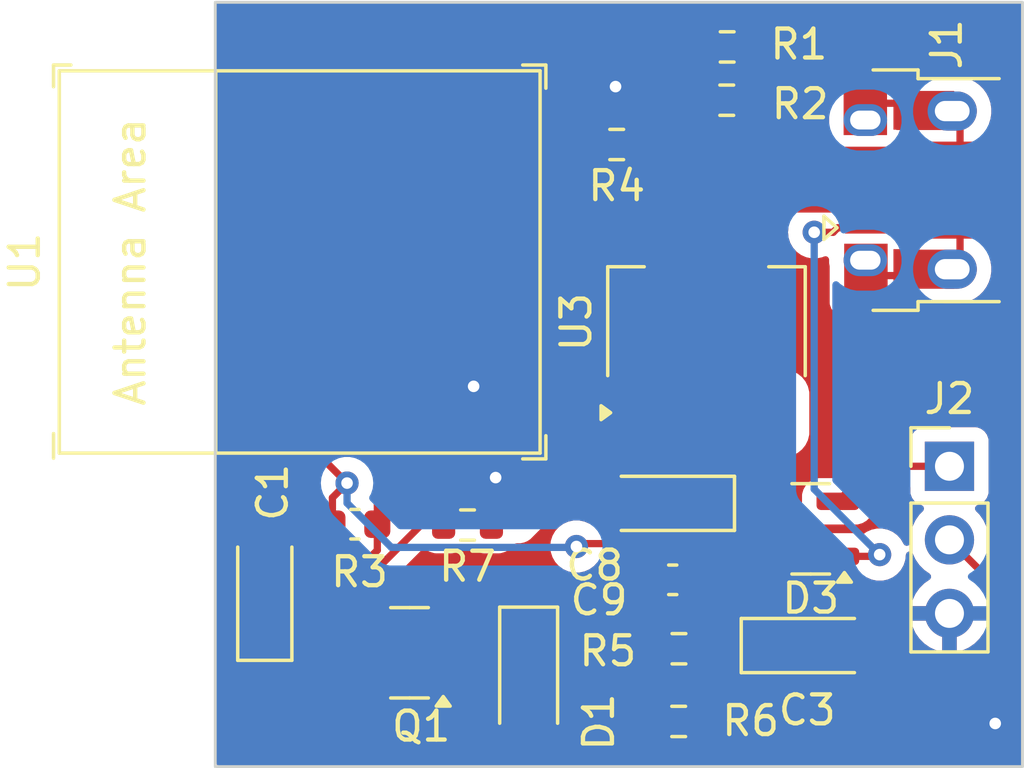
<source format=kicad_pcb>
(kicad_pcb
	(version 20240108)
	(generator "pcbnew")
	(generator_version "8.0")
	(general
		(thickness 1.6)
		(legacy_teardrops no)
	)
	(paper "A4")
	(layers
		(0 "F.Cu" signal)
		(31 "B.Cu" signal)
		(32 "B.Adhes" user "B.Adhesive")
		(33 "F.Adhes" user "F.Adhesive")
		(34 "B.Paste" user)
		(35 "F.Paste" user)
		(36 "B.SilkS" user "B.Silkscreen")
		(37 "F.SilkS" user "F.Silkscreen")
		(38 "B.Mask" user)
		(39 "F.Mask" user)
		(40 "Dwgs.User" user "User.Drawings")
		(41 "Cmts.User" user "User.Comments")
		(42 "Eco1.User" user "User.Eco1")
		(43 "Eco2.User" user "User.Eco2")
		(44 "Edge.Cuts" user)
		(45 "Margin" user)
		(46 "B.CrtYd" user "B.Courtyard")
		(47 "F.CrtYd" user "F.Courtyard")
		(48 "B.Fab" user)
		(49 "F.Fab" user)
		(50 "User.1" user)
		(51 "User.2" user)
		(52 "User.3" user)
		(53 "User.4" user)
		(54 "User.5" user)
		(55 "User.6" user)
		(56 "User.7" user)
		(57 "User.8" user)
		(58 "User.9" user)
	)
	(setup
		(pad_to_mask_clearance 0)
		(allow_soldermask_bridges_in_footprints no)
		(pcbplotparams
			(layerselection 0x00010fc_ffffffff)
			(plot_on_all_layers_selection 0x0000000_00000000)
			(disableapertmacros no)
			(usegerberextensions no)
			(usegerberattributes yes)
			(usegerberadvancedattributes yes)
			(creategerberjobfile yes)
			(dashed_line_dash_ratio 12.000000)
			(dashed_line_gap_ratio 3.000000)
			(svgprecision 4)
			(plotframeref no)
			(viasonmask no)
			(mode 1)
			(useauxorigin no)
			(hpglpennumber 1)
			(hpglpenspeed 20)
			(hpglpendiameter 15.000000)
			(pdf_front_fp_property_popups yes)
			(pdf_back_fp_property_popups yes)
			(dxfpolygonmode yes)
			(dxfimperialunits yes)
			(dxfusepcbnewfont yes)
			(psnegative no)
			(psa4output no)
			(plotreference yes)
			(plotvalue yes)
			(plotfptext yes)
			(plotinvisibletext no)
			(sketchpadsonfab no)
			(subtractmaskfromsilk no)
			(outputformat 1)
			(mirror no)
			(drillshape 1)
			(scaleselection 1)
			(outputdirectory "")
		)
	)
	(net 0 "")
	(net 1 "+3.3V")
	(net 2 "GND")
	(net 3 "Net-(Q1-B)")
	(net 4 "Net-(D1-K)")
	(net 5 "+5V")
	(net 6 "unconnected-(U1-NC-Pad32)")
	(net 7 "unconnected-(U1-NC-Pad10)")
	(net 8 "unconnected-(U1-NC-Pad34)")
	(net 9 "unconnected-(U1-NC-Pad25)")
	(net 10 "unconnected-(U1-GPIO6-Pad20)")
	(net 11 "unconnected-(U1-NC-Pad24)")
	(net 12 "unconnected-(U1-NC-Pad4)")
	(net 13 "unconnected-(U1-GPIO20{slash}U0RXD-Pad30)")
	(net 14 "unconnected-(U1-NC-Pad35)")
	(net 15 "Net-(U1-EN{slash}CHIP_PU)")
	(net 16 "unconnected-(U1-NC-Pad29)")
	(net 17 "unconnected-(U1-GPIO5{slash}ADC2_CH0-Pad19)")
	(net 18 "Net-(U1-GPIO8)")
	(net 19 "unconnected-(U1-GPIO3{slash}ADC1_CH3-Pad6)")
	(net 20 "unconnected-(U1-NC-Pad9)")
	(net 21 "unconnected-(U1-GPIO2{slash}ADC1_CH2-Pad5)")
	(net 22 "unconnected-(U1-GPIO21{slash}U0TXD-Pad31)")
	(net 23 "unconnected-(U1-NC-Pad15)")
	(net 24 "Net-(U1-GPIO19{slash}USB_D+)")
	(net 25 "unconnected-(U1-GPIO1{slash}ADC1_CH1{slash}XTAL_32K_N-Pad13)")
	(net 26 "unconnected-(U1-NC-Pad17)")
	(net 27 "unconnected-(U1-NC-Pad33)")
	(net 28 "unconnected-(U1-NC-Pad7)")
	(net 29 "unconnected-(U1-GPIO0{slash}ADC1_CH0{slash}XTAL_32K_P-Pad12)")
	(net 30 "unconnected-(U1-GPIO4{slash}ADC1_CH4-Pad18)")
	(net 31 "unconnected-(U1-NC-Pad28)")
	(net 32 "Net-(U1-GPIO18{slash}USB_D-)")
	(net 33 "unconnected-(U1-GPIO9-Pad23)")
	(net 34 "Net-(J1-VBUS)")
	(net 35 "+12V")
	(net 36 "Net-(J1-D+)")
	(net 37 "Net-(J1-D-)")
	(net 38 "Net-(J2-Pin_2)")
	(net 39 "unconnected-(J1-Shield-Pad6)")
	(net 40 "unconnected-(J1-ID-Pad4)")
	(net 41 "Net-(U1-GPIO7)")
	(net 42 "unconnected-(U1-GPIO10-Pad16)")
	(footprint "Capacitor_Tantalum_SMD:CP_EIA-3216-10_Kemet-I" (layer "F.Cu") (at 135.1 112.23))
	(footprint "Capacitor_SMD:C_0603_1608Metric" (layer "F.Cu") (at 130.425 109.96 180))
	(footprint "Connector_PinHeader_2.54mm:PinHeader_1x03_P2.54mm_Vertical" (layer "F.Cu") (at 139.98 106.04))
	(footprint "Resistor_SMD:R_0603_1608Metric" (layer "F.Cu") (at 123.34 108.07 180))
	(footprint "Capacitor_SMD:C_0603_1608Metric" (layer "F.Cu") (at 119.45 108.04))
	(footprint "Package_TO_SOT_SMD:SOT-223-3_TabPin2" (layer "F.Cu") (at 131.59 101.06 90))
	(footprint "Package_TO_SOT_SMD:SOT-23" (layer "F.Cu") (at 135.19 108.2 180))
	(footprint "Package_TO_SOT_SMD:SOT-23" (layer "F.Cu") (at 121.3375 112.48 180))
	(footprint "Resistor_SMD:R_0603_1608Metric" (layer "F.Cu") (at 130.63 114.85))
	(footprint "PCM_Espressif:ESP32-C3-MINI-1" (layer "F.Cu") (at 117.545 98.985 90))
	(footprint "Resistor_SMD:R_0603_1608Metric" (layer "F.Cu") (at 128.49 94.93 180))
	(footprint "Diode_SMD:D_SOD-123" (layer "F.Cu") (at 125.45 113.2625 -90))
	(footprint "Resistor_SMD:R_0603_1608Metric" (layer "F.Cu") (at 132.305 91.56))
	(footprint "Resistor_SMD:R_0603_1608Metric" (layer "F.Cu") (at 132.29 93.4))
	(footprint "Capacitor_Tantalum_SMD:CP_EIA-3216-10_Kemet-I" (layer "F.Cu") (at 116.34 110.43 90))
	(footprint "Capacitor_Tantalum_SMD:CP_EIA-3216-10_Kemet-I" (layer "F.Cu") (at 130.2475 107.32 180))
	(footprint "Resistor_SMD:R_0603_1608Metric" (layer "F.Cu") (at 130.64 112.34))
	(footprint "Connector_USB:USB_Micro-B_Amphenol_10103594-0001LF_Horizontal" (layer "F.Cu") (at 138.96 96.48 90))
	(gr_rect
		(start 114.63 90.02)
		(end 142.5 116.41)
		(stroke
			(width 0.1)
			(type default)
		)
		(fill none)
		(layer "Edge.Cuts")
		(uuid "b91a1f78-dfb9-4a34-8a4f-34fec6bf41c4")
	)
	(segment
		(start 127.1 108.81)
		(end 127.2 108.71)
		(width 0.25)
		(layer "F.Cu")
		(net 1)
		(uuid "1be71b42-db4c-423b-9326-914fdf7ef602")
	)
	(segment
		(start 131.5975 107.32)
		(end 131.5975 104.2175)
		(width 0.25)
		(layer "F.Cu")
		(net 1)
		(uuid "31b87b87-c91f-4c95-ba16-1ca010b2a025")
	)
	(segment
		(start 131.5975 107.32)
		(end 131.5975 108.71)
		(width 0.25)
		(layer "F.Cu")
		(net 1)
		(uuid "35182962-5b55-4e3c-a0f5-094ba7c39869")
	)
	(segment
		(start 117.845 105.285)
		(end 117.845 104.885)
		(width 0.25)
		(layer "F.Cu")
		(net 1)
		(uuid "4db6241f-d604-4c5a-9edc-e813a62ec85e")
	)
	(segment
		(start 131.5975 108.71)
		(end 131.5975 109.5625)
		(width 0.25)
		(layer "F.Cu")
		(net 1)
		(uuid "5241e9da-d389-4e10-8c9a-6d39a97df218")
	)
	(segment
		(start 131.5975 104.2175)
		(end 131.59 104.21)
		(width 0.25)
		(layer "F.Cu")
		(net 1)
		(uuid "637cdd79-5324-4adc-8306-adb64a0e79ac")
	)
	(segment
		(start 131.5975 109.5625)
		(end 131.2 109.96)
		(width 0.25)
		(layer "F.Cu")
		(net 1)
		(uuid "644fe4c3-749d-40e8-8387-aae0bf10d6fc")
	)
	(segment
		(start 118.675 107.125)
		(end 118.675 108.04)
		(width 0.25)
		(layer "F.Cu")
		(net 1)
		(uuid "81b9f628-06b5-4b96-acc3-dc30ecba957c")
	)
	(segment
		(start 129.49 95.105)
		(end 131.59 97.205)
		(width 0.25)
		(layer "F.Cu")
		(net 1)
		(uuid "84831dc7-234d-4851-a205-f09c6ffa24ea")
	)
	(segment
		(start 119.18 106.62)
		(end 118.675 107.125)
		(width 0.25)
		(layer "F.Cu")
		(net 1)
		(uuid "8be3d155-9d4d-4fbc-b24a-236db2ce5005")
	)
	(segment
		(start 127.2 108.71)
		(end 131.5975 108.71)
		(width 0.25)
		(layer "F.Cu")
		(net 1)
		(uuid "93bd0b38-317f-4506-8085-c23aa94cccd2")
	)
	(segment
		(start 119.18 106.62)
		(end 117.845 105.285)
		(width 0.25)
		(layer "F.Cu")
		(net 1)
		(uuid "a8201fe4-2bbe-4599-90bb-6a1d25c9bfbf")
	)
	(segment
		(start 131.59 97.91)
		(end 131.59 104.21)
		(width 0.25)
		(layer "F.Cu")
		(net 1)
		(uuid "b6919346-d72a-4751-9f4b-dd75a629ab4c")
	)
	(segment
		(start 131.59 97.205)
		(end 131.59 97.91)
		(width 0.25)
		(layer "F.Cu")
		(net 1)
		(uuid "cc39e4e7-a9c9-4b30-8ece-7ad48afabc4d")
	)
	(via
		(at 127.1 108.81)
		(size 0.8)
		(drill 0.4)
		(layers "F.Cu" "B.Cu")
		(net 1)
		(uuid "3defbb1b-8942-4e53-89c7-7eb7ffd5864d")
	)
	(via
		(at 119.18 106.62)
		(size 0.8)
		(drill 0.4)
		(layers "F.Cu" "B.Cu")
		(net 1)
		(uuid "abd171b8-5873-4190-b78d-640a77ac7a59")
	)
	(segment
		(start 127.07 108.84)
		(end 127.1 108.81)
		(width 0.25)
		(layer "B.Cu")
		(net 1)
		(uuid "0cbd8f09-4a39-4388-9588-0d5bc0cc4fc1")
	)
	(segment
		(start 120.71 108.84)
		(end 127.07 108.84)
		(width 0.25)
		(layer "B.Cu")
		(net 1)
		(uuid "2243b381-f854-4ace-841b-71a318a5d4e5")
	)
	(segment
		(start 119.18 106.62)
		(end 119.18 107.31)
		(width 0.25)
		(layer "B.Cu")
		(net 1)
		(uuid "321c3723-3ca1-4a6a-ade3-738c75e877e0")
	)
	(segment
		(start 119.18 107.31)
		(end 120.71 108.84)
		(width 0.25)
		(layer "B.Cu")
		(net 1)
		(uuid "de75cca0-050b-4912-ac33-7ecbae5e00d1")
	)
	(segment
		(start 137.195 95.205)
		(end 136.015 95.205)
		(width 0.25)
		(layer "F.Cu")
		(net 2)
		(uuid "0d810883-5495-4e86-b2d4-ed1ce5a2f125")
	)
	(segment
		(start 124.625 102.185)
		(end 124.62 102.19)
		(width 0.25)
		(layer "F.Cu")
		(net 2)
		(uuid "a274037b-0a02-4e8e-84e3-2ccbea2fc714")
	)
	(segment
		(start 136.015 95.205)
		(end 135.95 95.14)
		(width 0.25)
		(layer "F.Cu")
		(net 2)
		(uuid "e09aec7e-6051-4e81-a362-91d8196532ce")
	)
	(segment
		(start 125.145 102.185)
		(end 124.625 102.185)
		(width 0.25)
		(layer "F.Cu")
		(net 2)
		(uuid "ebc5839c-ddfe-483b-8000-2dc6134e5b4d")
	)
	(via
		(at 124.31 106.43)
		(size 0.8)
		(drill 0.4)
		(layers "F.Cu" "B.Cu")
		(free yes)
		(net 2)
		(uuid "02272aac-a9ae-463b-9375-ab356887992d")
	)
	(via
		(at 128.45 92.93)
		(size 0.8)
		(drill 0.4)
		(layers "F.Cu" "B.Cu")
		(free yes)
		(net 2)
		(uuid "34c62b93-f7b0-43be-8b33-104a4b122238")
	)
	(via
		(at 141.56 114.92)
		(size 0.8)
		(drill 0.4)
		(layers "F.Cu" "B.Cu")
		(free yes)
		(net 2)
		(uuid "d263661e-0b21-4377-8af0-1410b15ba171")
	)
	(via
		(at 123.55 103.28)
		(size 0.8)
		(drill 0.4)
		(layers "F.Cu" "B.Cu")
		(free yes)
		(net 2)
		(uuid "f52b6c9d-2dfb-4d34-a57f-a7e450e578e0")
	)
	(segment
		(start 119.09 113.08)
		(end 119.44 113.43)
		(width 0.25)
		(layer "F.Cu")
		(net 3)
		(uuid "224fdb9c-fa10-445b-a381-fd877f91790e")
	)
	(segment
		(start 122.515 108.07)
		(end 121.73 108.07)
		(width 0.25)
		(layer "F.Cu")
		(net 3)
		(uuid "4e27e13d-16b5-4611-91db-4f2909475f60")
	)
	(segment
		(start 121.73 108.07)
		(end 119.09 110.71)
		(width 0.25)
		(layer "F.Cu")
		(net 3)
		(uuid "893fa84a-6180-41ab-935e-646badf5296b")
	)
	(segment
		(start 119.44 113.43)
		(end 122.275 113.43)
		(width 0.25)
		(layer "F.Cu")
		(net 3)
		(uuid "9fcadd36-295c-4194-8061-948c599754ef")
	)
	(segment
		(start 119.09 110.71)
		(end 119.09 113.08)
		(width 0.25)
		(layer "F.Cu")
		(net 3)
		(uuid "fb5e64e9-ee04-4903-97f0-40b62acfa508")
	)
	(segment
		(start 125.45 111.6125)
		(end 122.3575 111.6125)
		(width 0.25)
		(layer "F.Cu")
		(net 4)
		(uuid "0a2253ca-2b51-4611-b408-f86f96c96a41")
	)
	(segment
		(start 129.87 112.85)
		(end 129.87 114.785)
		(width 0.25)
		(layer "F.Cu")
		(net 4)
		(uuid "36ee678d-8b90-44b8-9e55-a855f388dfef")
	)
	(segment
		(start 129.87 112.85)
		(end 126.6875 112.85)
		(width 0.25)
		(layer "F.Cu")
		(net 4)
		(uuid "c963c9c8-49da-4cb5-afc5-82ec6d1e6a5f")
	)
	(segment
		(start 126.6875 112.85)
		(end 125.45 111.6125)
		(width 0.25)
		(layer "F.Cu")
		(net 4)
		(uuid "ceec24b6-eeaa-4824-9e6e-def9f83dbaee")
	)
	(segment
		(start 122.3575 111.6125)
		(end 122.275 111.53)
		(width 0.25)
		(layer "F.Cu")
		(net 4)
		(uuid "d81f41a1-219b-49d1-9cb9-1075155154f8")
	)
	(segment
		(start 129.87 114.785)
		(end 129.805 114.85)
		(width 0.25)
		(layer "F.Cu")
		(net 4)
		(uuid "f547b740-006e-4847-a366-04be86e69c6a")
	)
	(segment
		(start 133.7525 112.25)
		(end 131.555 112.25)
		(width 0.25)
		(layer "F.Cu")
		(net 5)
		(uuid "44412d5c-38a1-492d-9f81-c449f8d918b0")
	)
	(segment
		(start 134.2525 108.2)
		(end 133.7525 108.7)
		(width 0.25)
		(layer "F.Cu")
		(net 5)
		(uuid "4c1f10f9-fcf3-4a40-a6af-4d8b9b4a7da6")
	)
	(segment
		(start 131.555 112.25)
		(end 131.52 112.285)
		(width 0.25)
		(layer "F.Cu")
		(net 5)
		(uuid "75f9afcf-4b77-4eff-871e-6763b76cbba7")
	)
	(segment
		(start 134.2525 108.2)
		(end 133.89 107.8375)
		(width 0.25)
		(layer "F.Cu")
		(net 5)
		(uuid "9b14bf61-d7d9-4a2e-8ae4-6296dd0c4d6f")
	)
	(segment
		(start 133.89 107.8375)
		(end 133.89 104.21)
		(width 0.25)
		(layer "F.Cu")
		(net 5)
		(uuid "aed983de-4215-41d2-b74f-04f10f5785af")
	)
	(segment
		(start 133.7525 108.7)
		(end 133.7525 112.25)
		(width 0.25)
		(layer "F.Cu")
		(net 5)
		(uuid "f97984fb-ae84-488e-a753-62801f6393cd")
	)
	(segment
		(start 120.225 108.938604)
		(end 120.225 108.04)
		(width 0.25)
		(layer "F.Cu")
		(net 15)
		(uuid "2b522f78-6def-4a81-94b4-b96e711b1c5d")
	)
	(segment
		(start 121.845 105.335)
		(end 121.35 105.83)
		(width 0.25)
		(layer "F.Cu")
		(net 15)
		(uuid "599de175-24b4-44b4-8c50-cf3d070f05bf")
	)
	(segment
		(start 121.35 105.83)
		(end 120.47 105.83)
		(width 0.25)
		(layer "F.Cu")
		(net 15)
		(uuid "6012bff8-b99a-40ec-8cdf-b09e9b84c892")
	)
	(segment
		(start 120.47 105.83)
		(end 120.225 106.075)
		(width 0.25)
		(layer "F.Cu")
		(net 15)
		(uuid "7633fa98-c434-4a5a-bd15-10d78d8e0c4c")
	)
	(segment
		(start 120.225 106.075)
		(end 120.225 108.04)
		(width 0.25)
		(layer "F.Cu")
		(net 15)
		(uuid "b3f1e5a6-2a35-479f-8b12-d1d0b093b796")
	)
	(segment
		(start 117.383604 111.78)
		(end 120.225 108.938604)
		(width 0.25)
		(layer "F.Cu")
		(net 15)
		(uuid "d214e9fa-7065-4771-9048-71d96bd0a34e")
	)
	(segment
		(start 121.845 104.885)
		(end 121.845 105.335)
		(width 0.25)
		(layer "F.Cu")
		(net 15)
		(uuid "e00e5eb7-f108-45c9-b817-2a4898bea0ac")
	)
	(segment
		(start 116.34 111.78)
		(end 117.383604 111.78)
		(width 0.25)
		(layer "F.Cu")
		(net 15)
		(uuid "ef18bb5b-7efe-4423-b28c-0223e88607b4")
	)
	(segment
		(start 125.145 95.785)
		(end 125.705 95.785)
		(width 0.25)
		(layer "F.Cu")
		(net 18)
		(uuid "167c65e1-46ef-4bf8-9eb9-6aee6e4f377c")
	)
	(segment
		(start 125.705 95.785)
		(end 126.56 94.93)
		(width 0.25)
		(layer "F.Cu")
		(net 18)
		(uuid "52b9aa74-e6de-4adb-91cb-0a74372181ab")
	)
	(segment
		(start 126.56 94.93)
		(end 127.345 94.93)
		(width 0.25)
		(layer "F.Cu")
		(net 18)
		(uuid "d9a5384c-e37c-4db7-bbe4-13739ebc0bc3")
	)
	(segment
		(start 122.645 92.218604)
		(end 122.645 93.085)
		(width 0.25)
		(layer "F.Cu")
		(net 24)
		(uuid "82acb3c5-411a-48be-856d-6608e3b44788")
	)
	(segment
		(start 130.83 90.91)
		(end 123.953604 90.91)
		(width 0.25)
		(layer "F.Cu")
		(net 24)
		(uuid "b3a4f4c4-ab7b-46fb-967d-c7d4de67a556")
	)
	(segment
		(start 123.953604 90.91)
		(end 122.645 92.218604)
		(width 0.25)
		(layer "F.Cu")
		(net 24)
		(uuid "d19660b2-42d3-4429-b735-ea07a83d02a4")
	)
	(segment
		(start 131.48 91.56)
		(end 130.83 90.91)
		(width 0.25)
		(layer "F.Cu")
		(net 24)
		(uuid "e934c5e4-c193-4800-a3b3-29ab2b51b563")
	)
	(segment
		(start 123.445 93.085)
		(end 123.445 92.055)
		(width 0.25)
		(layer "F.Cu")
		(net 32)
		(uuid "26dbf6e4-62ca-494b-9bb0-1484cfe92ebb")
	)
	(segment
		(start 124.14 91.36)
		(end 130.26 91.36)
		(width 0.25)
		(layer "F.Cu")
		(net 32)
		(uuid "2f0a7f33-8e4f-42fa-87b7-50a1f64055ba")
	)
	(segment
		(start 123.445 92.055)
		(end 124.14 91.36)
		(width 0.25)
		(layer "F.Cu")
		(net 32)
		(uuid "6a8b4afe-d236-4ffe-8aa2-2c3eeed951d7")
	)
	(segment
		(start 130.26 91.36)
		(end 130.755 91.855)
		(width 0.25)
		(layer "F.Cu")
		(net 32)
		(uuid "8c0917fe-6fa2-4923-bd28-71ee0ff8d915")
	)
	(segment
		(start 130.755 91.855)
		(end 130.755 92.835)
		(width 0.25)
		(layer "F.Cu")
		(net 32)
		(uuid "df632e14-5bf5-4a39-8239-07ccf6c1260b")
	)
	(segment
		(start 130.755 92.835)
		(end 131.48 93.56)
		(width 0.25)
		(layer "F.Cu")
		(net 32)
		(uuid "e24b1f0c-1459-4e77-be14-362d6729ee8d")
	)
	(segment
		(start 135.31 97.96)
		(end 135.965 97.96)
		(width 0.25)
		(layer "F.Cu")
		(net 34)
		(uuid "52f888af-0866-4bf9-90f4-3ec5cfc16f18")
	)
	(segment
		(start 135.965 97.96)
		(end 136.12 97.805)
		(width 0.25)
		(layer "F.Cu")
		(net 34)
		(uuid "6fd922ed-48fe-4fcc-ab30-7f549ddbf355")
	)
	(segment
		(start 137.51 109.15)
		(end 136.1275 109.15)
		(width 0.25)
		(layer "F.Cu")
		(net 34)
		(uuid "9f2d1898-be0f-45ca-85b2-d6f658628131")
	)
	(segment
		(start 136.12 97.805)
		(end 137.195 97.805)
		(width 0.25)
		(layer "F.Cu")
		(net 34)
		(uuid "ac3cd956-4da3-4afb-987b-22df6f223115")
	)
	(segment
		(start 137.57 109.09)
		(end 137.51 109.15)
		(width 0.25)
		(layer "F.Cu")
		(net 34)
		(uuid "e9ef2cb2-f422-41e3-bc01-7a232e8d3e0a")
	)
	(via
		(at 137.57 109.09)
		(size 0.8)
		(drill 0.4)
		(layers "F.Cu" "B.Cu")
		(net 34)
		(uuid "3fb8da39-286f-4c58-ac35-b6d4931c339d")
	)
	(via
		(at 135.31 97.96)
		(size 0.8)
		(drill 0.4)
		(layers "F.Cu" "B.Cu")
		(net 34)
		(uuid "cc9fd13b-2fb1-472a-8d79-c4f1dbc2f7c7")
	)
	(segment
		(start 137.57 109.09)
		(end 135.31 106.83)
		(width 0.25)
		(layer "B.Cu")
		(net 34)
		(uuid "4ffe7c40-c807-4f2e-ab22-73ec9619bdd4")
	)
	(segment
		(start 135.31 106.83)
		(end 135.31 97.96)
		(width 0.25)
		(layer "B.Cu")
		(net 34)
		(uuid "8292f5e9-00d1-4212-aa3b-be4024b3500c")
	)
	(segment
		(start 139.98 106.04)
		(end 137.3375 106.04)
		(width 0.25)
		(layer "F.Cu")
		(net 35)
		(uuid "21832ab8-fc1d-4d7b-9c42-76b46ecee7f3")
	)
	(segment
		(start 137.3375 106.04)
		(end 136.1275 107.25)
		(width 0.25)
		(layer "F.Cu")
		(net 35)
		(uuid "beacdddd-41c9-4fcd-9b8f-8102c09b3ab7")
	)
	(segment
		(start 137.195 96.505)
		(end 134.655 96.505)
		(width 0.25)
		(layer "F.Cu")
		(net 36)
		(uuid "05fce4b7-5d76-47dc-a271-4d7ca7aaa882")
	)
	(segment
		(start 133.97 92.4)
		(end 133.13 91.56)
		(width 0.25)
		(layer "F.Cu")
		(net 36)
		(uuid "26148f4e-67df-4519-8a13-b8545c7943d7")
	)
	(segment
		(start 133.97 95.82)
		(end 133.97 92.4)
		(width 0.25)
		(layer "F.Cu")
		(net 36)
		(uuid "31cd3e4f-b868-4ffb-a51c-a7ee9e69da11")
	)
	(segment
		(start 134.655 96.505)
		(end 133.97 95.82)
		(width 0.25)
		(layer "F.Cu")
		(net 36)
		(uuid "f17817af-dc77-40aa-97ce-d4e0fa62f961")
	)
	(segment
		(start 134.615 97.155)
		(end 133.13 95.67)
		(width 0.25)
		(layer "F.Cu")
		(net 37)
		(uuid "2dab4325-4a68-44d2-a52e-c68bcdcf30b7")
	)
	(segment
		(start 137.195 97.155)
		(end 134.615 97.155)
		(width 0.25)
		(layer "F.Cu")
		(net 37)
		(uuid "9a7f2ec3-5b9c-4b18-88a5-012db64b9c40")
	)
	(segment
		(start 133.13 95.67)
		(end 133.13 93.56)
		(width 0.25)
		(layer "F.Cu")
		(net 37)
		(uuid "b0d37211-20b3-4aa9-9ac6-4b295f7c949a")
	)
	(segment
		(start 141.96 110.56)
		(end 139.98 108.58)
		(width 0.25)
		(layer "F.Cu")
		(net 38)
		(uuid "0f0c309d-d131-49c7-b4a4-698a8802e370")
	)
	(segment
		(start 131.455 114.85)
		(end 139.66 114.85)
		(width 0.25)
		(layer "F.Cu")
		(net 38)
		(uuid "30d3347e-cd2b-4d1d-822b-1a5133d2494f")
	)
	(segment
		(start 139.66 114.85)
		(end 140.466701 114.043299)
		(width 0.25)
		(layer "F.Cu")
		(net 38)
		(uuid "3b19b0f9-3889-460a-8982-14ec7a4b542c")
	)
	(segment
		(start 141.96 112.67)
		(end 141.96 110.56)
		(width 0.25)
		(layer "F.Cu")
		(net 38)
		(uuid "41e94dc7-764f-48b0-9025-7eea8d8c7bb2")
	)
	(segment
		(start 140.466701 114.043299)
		(end 140.586701 114.043299)
		(width 0.25)
		(layer "F.Cu")
		(net 38)
		(uuid "7d711f49-7d43-43ee-85ef-5acd95da25e3")
	)
	(segment
		(start 140.586701 114.043299)
		(end 141.96 112.67)
		(width 0.25)
		(layer "F.Cu")
		(net 38)
		(uuid "d76bbf51-b39e-4b59-8cc8-b13b59fe70f9")
	)
	(segment
		(start 137.195 99.455)
		(end 137.095 99.355)
		(width 0.25)
		(layer "F.Cu")
		(net 39)
		(uuid "37130690-b1c8-4a2f-b94f-ea14465df52d")
	)
	(segment
		(start 137.175 93.505)
		(end 137.075 93.605)
		(width 0.25)
		(layer "F.Cu")
		(net 39)
		(uuid "42e7e2a7-e637-4446-a67f-ef3e564a0f89")
	)
	(segment
		(start 140.345 95.545)
		(end 140.345 97.465)
		(width 0.25)
		(layer "F.Cu")
		(net 39)
		(uuid "4817ebfc-b283-4fee-96d3-77556cfab19e")
	)
	(segment
		(start 138.395 93.505)
		(end 137.175 93.505)
		(width 0.25)
		(layer "F.Cu")
		(net 39)
		(uuid "4b2fa0c3-495a-466e-ab33-3e7343cafe07")
	)
	(segment
		(start 138.395 99.455)
		(end 137.195 99.455)
		(width 0.25)
		(layer "F.Cu")
		(net 39)
		(uuid "5b1883f8-5675-42c1-b28d-1d504b7af3f1")
	)
	(segment
		(start 140.345 97.465)
		(end 140.345 98.965)
		(width 0.25)
		(layer "F.Cu")
		(net 39)
		(uuid "7536cdbe-0ab8-43b7-a461-6398ce6cfa1f")
	)
	(segment
		(start 140.345 94.045)
		(end 140.075 93.775)
		(width 0.25)
		(layer "F.Cu")
		(net 39)
		(uuid "7e1d42ab-147a-4959-ba2b-52ab17b422a6")
	)
	(segment
		(start 140.345 98.965)
		(end 140.075 99.235)
		(width 0.25)
		(layer "F.Cu")
		(net 39)
		(uuid "d7b59b54-9ba9-41a5-ba38-8ccd827dd253")
	)
	(segment
		(start 140.345 95.545)
		(end 140.345 94.045)
		(width 0.25)
		(layer "F.Cu")
		(net 39)
		(uuid "ff10bc73-9115-47ec-819e-cddc3f4510b6")
	)
	(segment
		(start 126.85 97.64)
		(end 126.85 106.33)
		(width 0.25)
		(layer "F.Cu")
		(net 41)
		(uuid "16bad493-d753-46fe-8849-daffa051daa9")
	)
	(segment
		(start 125.795 96.585)
		(end 126.85 97.64)
		(width 0.25)
		(layer "F.Cu")
		(net 41)
		(uuid "64a9d864-714b-4907-b8f5-f8bd5cf23a4a")
	)
	(segment
		(start 125.145 96.585)
		(end 125.795 96.585)
		(width 0.25)
		(layer "F.Cu")
		(net 41)
		(uuid "7c217030-8c73-458e-9ae1-bb56638d5b2c")
	)
	(segment
		(start 125.11 108.07)
		(end 124.165 108.07)
		(width 0.25)
		(layer "F.Cu")
		(net 41)
		(uuid "aebfcad2-5449-433a-978c-e99685fe983f")
	)
	(segment
		(start 126.85 106.33)
		(end 125.11 108.07)
		(width 0.25)
		(layer "F.Cu")
		(net 41)
		(uuid "bc1a53db-69b6-4ae0-8271-ee419bf465a1")
	)
	(zone
		(net 2)
		(net_name "GND")
		(layers "F&B.Cu")
		(uuid "e8af9fbd-568f-4a71-8bb1-8cfb70cab066")
		(hatch edge 0.5)
		(connect_pads
			(clearance 0.5)
		)
		(min_thickness 0.25)
		(filled_areas_thickness no)
		(fill yes
			(thermal_gap 0.5)
			(thermal_bridge_width 0.5)
			(island_removal_mode 1)
			(island_area_min 10)
		)
		(polygon
			(pts
				(xy 114.68 89.94) (xy 142.55 89.94) (xy 142.55 116.42) (xy 142.52 116.45) (xy 114.8 116.45) (xy 114.64 116.29)
				(xy 114.64 89.98)
			)
		)
		(filled_polygon
			(layer "F.Cu")
			(pts
				(xy 142.443039 90.039685) (xy 142.488794 90.092489) (xy 142.5 90.144) (xy 142.5 109.916048) (xy 142.480315 109.983087)
				(xy 142.427511 110.028842) (xy 142.358353 110.038786) (xy 142.294797 110.009761) (xy 142.288319 110.003729)
				(xy 141.320237 109.035647) (xy 141.286752 108.974324) (xy 141.288143 108.915872) (xy 141.291929 108.901744)
				(xy 141.315063 108.815408) (xy 141.335659 108.58) (xy 141.315063 108.344592) (xy 141.253903 108.116337)
				(xy 141.154035 107.902171) (xy 141.150972 107.897797) (xy 141.018496 107.7086) (xy 140.958025 107.648129)
				(xy 140.896567 107.586671) (xy 140.863084 107.525351) (xy 140.868068 107.455659) (xy 140.909939 107.399725)
				(xy 140.940915 107.38281) (xy 141.072331 107.333796) (xy 141.187546 107.247546) (xy 141.273796 107.132331)
				(xy 141.324091 106.997483) (xy 141.3305 106.937873) (xy 141.330499 105.142128) (xy 141.324091 105.082517)
				(xy 141.273796 104.947669) (xy 141.273795 104.947668) (xy 141.273793 104.947664) (xy 141.187547 104.832455)
				(xy 141.187544 104.832452) (xy 141.072335 104.746206) (xy 141.072328 104.746202) (xy 140.937482 104.695908)
				(xy 140.937483 104.695908) (xy 140.877883 104.689501) (xy 140.877881 104.6895) (xy 140.877873 104.6895)
				(xy 140.877864 104.6895) (xy 139.082129 104.6895) (xy 139.082123 104.689501) (xy 139.022516 104.695908)
				(xy 138.887671 104.746202) (xy 138.887664 104.746206) (xy 138.772455 104.832452) (xy 138.772452 104.832455)
				(xy 138.686206 104.947664) (xy 138.686202 104.947671) (xy 138.635908 105.082517) (xy 138.629887 105.138523)
				(xy 138.629501 105.142123) (xy 138.6295 105.142135) (xy 138.6295 105.2905) (xy 138.609815 105.357539)
				(xy 138.557011 105.403294) (xy 138.5055 105.4145) (xy 137.399106 105.4145) (xy 137.275893 105.4145)
				(xy 137.191598 105.431267) (xy 137.191597 105.431266) (xy 137.155054 105.438535) (xy 137.155045 105.438538)
				(xy 137.041216 105.485687) (xy 136.978893 105.527331) (xy 136.978892 105.527332) (xy 136.938763 105.554144)
				(xy 136.938762 105.554145) (xy 136.079729 106.413181) (xy 136.018406 106.446666) (xy 135.992048 106.4495)
				(xy 135.474298 106.4495) (xy 135.437432 106.452401) (xy 135.437426 106.452402) (xy 135.279606 106.498254)
				(xy 135.279603 106.498255) (xy 135.138137 106.581917) (xy 135.138129 106.581923) (xy 135.021923 106.698129)
				(xy 135.021917 106.698137) (xy 134.938255 106.839603) (xy 134.938254 106.839606) (xy 134.892402 106.997426)
				(xy 134.892401 106.997432) (xy 134.8895 107.034298) (xy 134.8895 107.2755) (xy 134.869815 107.342539)
				(xy 134.817011 107.388294) (xy 134.7655 107.3995) (xy 134.6395 107.3995) (xy 134.572461 107.379815)
				(xy 134.526706 107.327011) (xy 134.5155 107.2755) (xy 134.5155 105.764936) (xy 134.535185 105.697897)
				(xy 134.584406 105.653848) (xy 134.607919 105.642187) (xy 134.739296 105.57703) (xy 134.887722 105.457722)
				(xy 135.00703 105.309296) (xy 135.091641 105.138693) (xy 135.1376 104.953889) (xy 135.1405 104.911123)
				(xy 135.140499 103.508878) (xy 135.1376 103.466111) (xy 135.091641 103.281307) (xy 135.067597 103.232827)
				(xy 135.007032 103.110707) (xy 135.00703 103.110704) (xy 134.887722 102.962278) (xy 134.887721 102.962277)
				(xy 134.739295 102.842969) (xy 134.739292 102.842967) (xy 134.568697 102.75836) (xy 134.383892 102.7124)
				(xy 134.362506 102.71095) (xy 134.341123 102.7095) (xy 134.34112 102.7095) (xy 133.438877 102.7095)
				(xy 133.438874 102.709501) (xy 133.396113 102.712399) (xy 133.396112 102.712399) (xy 133.211303 102.75836)
				(xy 133.040707 102.842967) (xy 133.040704 102.842969) (xy 132.892278 102.962277) (xy 132.892277 102.962278)
				(xy 132.836647 103.031486) (xy 132.779304 103.071405) (xy 132.709482 103.073985) (xy 132.649349 103.038406)
				(xy 132.643353 103.031486) (xy 132.587722 102.962278) (xy 132.587721 102.962277) (xy 132.439295 102.842969)
				(xy 132.284405 102.766151) (xy 132.233093 102.71873) (xy 132.2155 102.655063) (xy 132.2155 99.534499)
				(xy 132.235185 99.46746) (xy 132.287989 99.421705) (xy 132.3395 99.410499) (xy 133.048028 99.410499)
				(xy 133.048036 99.410499) (xy 133.167418 99.399886) (xy 133.363049 99.343909) (xy 133.543407 99.249698)
				(xy 133.701109 99.121109) (xy 133.829698 98.963407) (xy 133.923909 98.783049) (xy 133.979886 98.587418)
				(xy 133.9905 98.468037) (xy 133.990499 97.714452) (xy 134.010183 97.647414) (xy 134.062987 97.601659)
				(xy 134.132146 97.591715) (xy 134.195702 97.62074) (xy 134.20218 97.626772) (xy 134.216264 97.640856)
				(xy 134.216267 97.640858) (xy 134.26749 97.675084) (xy 134.318714 97.709312) (xy 134.34066 97.718402)
				(xy 134.395063 97.762241) (xy 134.417129 97.828535) (xy 134.416529 97.845923) (xy 134.406944 97.937127)
				(xy 134.40454 97.96) (xy 134.424326 98.148256) (xy 134.424327 98.148259) (xy 134.482818 98.328277)
				(xy 134.482821 98.328284) (xy 134.577467 98.492216) (xy 134.663183 98.587413) (xy 134.704129 98.632888)
				(xy 134.857265 98.744148) (xy 134.85727 98.744151) (xy 135.030192 98.821142) (xy 135.030197 98.821144)
				(xy 135.215354 98.8605) (xy 135.215355 98.8605) (xy 135.404644 98.8605) (xy 135.404646 98.8605)
				(xy 135.589803 98.821144) (xy 135.63344 98.801714) (xy 135.650064 98.794314) (xy 135.719314 98.785029)
				(xy 135.78259 98.814657) (xy 135.819804 98.873791) (xy 135.8245 98.907593) (xy 135.8245 99.028468)
				(xy 135.842117 99.117033) (xy 135.8445 99.141224) (xy 135.8445 100.40287) (xy 135.844501 100.402876)
				(xy 135.850908 100.462483) (xy 135.901202 100.597328) (xy 135.901206 100.597335) (xy 135.987452 100.712544)
				(xy 135.987455 100.712547) (xy 136.102664 100.798793) (xy 136.102671 100.798797) (xy 136.237517 100.849091)
				(xy 136.237516 100.849091) (xy 136.244444 100.849835) (xy 136.297127 100.8555) (xy 137.892872 100.855499)
				(xy 137.896193 100.855499) (xy 137.896193 100.856222) (xy 137.929607 100.861328) (xy 137.929967 100.859807)
				(xy 137.937515 100.86159) (xy 137.937517 100.861591) (xy 137.997127 100.868) (xy 138.792872 100.867999)
				(xy 138.852483 100.861591) (xy 138.987331 100.811296) (xy 139.102546 100.725046) (xy 139.188796 100.609831)
				(xy 139.233055 100.491165) (xy 139.274926 100.435233) (xy 139.34039 100.410815) (xy 139.349237 100.410499)
				(xy 139.802351 100.410499) (xy 139.802375 100.4105) (xy 139.807486 100.4105) (xy 140.342513 100.4105)
				(xy 140.342514 100.4105) (xy 140.525264 100.381555) (xy 140.701235 100.324379) (xy 140.866096 100.240378)
				(xy 141.015787 100.131621) (xy 141.146621 100.000787) (xy 141.255378 99.851096) (xy 141.339379 99.686235)
				(xy 141.396555 99.510264) (xy 141.4255 99.327514) (xy 141.4255 99.142486) (xy 141.396555 98.959736)
				(xy 141.396554 98.959732) (xy 141.358567 98.842816) (xy 141.356572 98.772975) (xy 141.392653 98.713142)
				(xy 141.455354 98.682315) (xy 141.476498 98.680499) (xy 141.642871 98.680499) (xy 141.642872 98.680499)
				(xy 141.702483 98.674091) (xy 141.837331 98.623796) (xy 141.952546 98.537546) (xy 142.038796 98.422331)
				(xy 142.089091 98.287483) (xy 142.0955 98.227873) (xy 142.095499 96.702128) (xy 142.089091 96.642517)
				(xy 142.053961 96.54833) (xy 142.048978 96.478642) (xy 142.053958 96.461679) (xy 142.089091 96.367483)
				(xy 142.0955 96.307873) (xy 142.095499 94.782128) (xy 142.089091 94.722517) (xy 142.072346 94.677622)
				(xy 142.038797 94.587671) (xy 142.038793 94.587664) (xy 141.952547 94.472455) (xy 141.952544 94.472452)
				(xy 141.837335 94.386206) (xy 141.837328 94.386202) (xy 141.702482 94.335908) (xy 141.702483 94.335908)
				(xy 141.642883 94.329501) (xy 141.642881 94.3295) (xy 141.642873 94.3295) (xy 141.642865 94.3295)
				(xy 141.476497 94.3295) (xy 141.409458 94.309815) (xy 141.363703 94.257011) (xy 141.353759 94.187853)
				(xy 141.358566 94.167182) (xy 141.371187 94.128338) (xy 141.396555 94.050264) (xy 141.4255 93.867514)
				(xy 141.4255 93.682486) (xy 141.396555 93.499736) (xy 141.339379 93.323765) (xy 141.339379 93.323764)
				(xy 141.282692 93.212511) (xy 141.255378 93.158904) (xy 141.146621 93.009213) (xy 141.015787 92.878379)
				(xy 140.866096 92.769622) (xy 140.701235 92.68562) (xy 140.701232 92.685619) (xy 140.525265 92.628445)
				(xy 140.433889 92.613972) (xy 140.342514 92.5995) (xy 140.342513 92.5995) (xy 140.311295 92.5995)
				(xy 140.267961 92.591681) (xy 140.252491 92.585911) (xy 140.25248 92.585908) (xy 140.192883 92.579501)
				(xy 140.192881 92.5795) (xy 140.192873 92.5795) (xy 140.192865 92.5795) (xy 139.359531 92.5795)
				(xy 139.292492 92.559815) (xy 139.246737 92.507011) (xy 139.240408 92.488548) (xy 139.188797 92.350171)
				(xy 139.188793 92.350164) (xy 139.102547 92.234955) (xy 139.102544 92.234952) (xy 138.987335 92.148706)
				(xy 138.987328 92.148702) (xy 138.852482 92.098408) (xy 138.852483 92.098408) (xy 138.792883 92.092001)
				(xy 138.792881 92.092) (xy 138.792873 92.092) (xy 138.792864 92.092) (xy 137.997129 92.092) (xy 137.997123 92.092001)
				(xy 137.937515 92.098409) (xy 137.929971 92.100192) (xy 137.929761 92.099307) (xy 137.881248 92.1054)
				(xy 137.874927 92.10472) (xy 137.872873 92.1045) (xy 137.872863 92.1045) (xy 136.277129 92.1045)
				(xy 136.277123 92.104501) (xy 136.217516 92.110908) (xy 136.082671 92.161202) (xy 136.082664 92.161206)
				(xy 135.967455 92.247452) (xy 135.967452 92.247455) (xy 135.881206 92.362664) (xy 135.881202 92.362671)
				(xy 135.830908 92.497517) (xy 135.824501 92.557116) (xy 135.8245 92.557135) (xy 135.8245 94.65287)
				(xy 135.824501 94.652876) (xy 135.830908 94.712483) (xy 135.872394 94.823712) (xy 135.877127 94.889901)
				(xy 135.877231 94.889913) (xy 135.877169 94.890486) (xy 135.877378 94.893404) (xy 135.876892 94.895545)
				(xy 135.876402 94.897617) (xy 135.87 94.957155) (xy 135.87 95.005) (xy 135.982893 95.005) (xy 136.049932 95.024685)
				(xy 136.057202 95.029732) (xy 136.081038 95.047575) (xy 136.12291 95.103508) (xy 136.127895 95.1732)
				(xy 136.094411 95.234523) (xy 136.081041 95.246109) (xy 136.019094 95.292483) (xy 136.012454 95.297454)
				(xy 135.969141 95.355312) (xy 135.913209 95.397182) (xy 135.870027 95.404972) (xy 135.87 95.405)
				(xy 135.87 95.452844) (xy 135.876619 95.514398) (xy 135.87662 95.540909) (xy 135.875909 95.547514)
				(xy 135.875909 95.547517) (xy 135.8695 95.607127) (xy 135.8695 95.731606) (xy 135.869501 95.755499)
				(xy 135.849817 95.822539) (xy 135.797013 95.868294) (xy 135.745501 95.8795) (xy 134.965452 95.8795)
				(xy 134.898413 95.859815) (xy 134.877771 95.843181) (xy 134.631819 95.597229) (xy 134.598334 95.535906)
				(xy 134.5955 95.509548) (xy 134.5955 92.338393) (xy 134.595499 92.338392) (xy 134.577411 92.247454)
				(xy 134.576256 92.241649) (xy 134.574924 92.234952) (xy 134.571463 92.217548) (xy 134.528105 92.112873)
				(xy 134.524313 92.103718) (xy 134.524312 92.103716) (xy 134.521957 92.100192) (xy 134.479171 92.036157)
				(xy 134.455857 92.001265) (xy 134.066819 91.612227) (xy 134.033334 91.550904) (xy 134.0305 91.524546)
				(xy 134.0305 91.228386) (xy 134.024086 91.157807) (xy 134.024086 91.157804) (xy 133.973478 90.995394)
				(xy 133.885472 90.849815) (xy 133.88547 90.849813) (xy 133.885469 90.849811) (xy 133.765188 90.72953)
				(xy 133.619606 90.641522) (xy 133.457196 90.590914) (xy 133.457194 90.590913) (xy 133.457192 90.590913)
				(xy 133.407778 90.586423) (xy 133.386616 90.5845) (xy 132.873384 90.5845) (xy 132.854145 90.586248)
				(xy 132.802807 90.590913) (xy 132.640393 90.641522) (xy 132.494811 90.72953) (xy 132.49481 90.729531)
				(xy 132.392681 90.831661) (xy 132.331358 90.865146) (xy 132.261666 90.860162) (xy 132.217319 90.831661)
				(xy 132.115188 90.72953) (xy 131.969606 90.641522) (xy 131.807196 90.590914) (xy 131.807194 90.590913)
				(xy 131.807192 90.590913) (xy 131.757778 90.586423) (xy 131.736616 90.5845) (xy 131.736613 90.5845)
				(xy 131.440452 90.5845) (xy 131.373413 90.564815) (xy 131.352771 90.548181) (xy 131.320198 90.515608)
				(xy 131.320178 90.515586) (xy 131.228733 90.424141) (xy 131.177509 90.389915) (xy 131.126287 90.355689)
				(xy 131.126286 90.355688) (xy 131.126283 90.355686) (xy 131.12628 90.355685) (xy 131.045792 90.322347)
				(xy 131.012453 90.308537) (xy 131.002427 90.306543) (xy 130.952029 90.296518) (xy 130.89161 90.2845)
				(xy 130.891607 90.2845) (xy 130.891606 90.2845) (xy 124.021345 90.2845) (xy 124.021325 90.284499)
				(xy 124.015211 90.284499) (xy 123.891998 90.284499) (xy 123.791201 90.304548) (xy 123.791196 90.304548)
				(xy 123.771153 90.308536) (xy 123.771151 90.308536) (xy 123.724001 90.328067) (xy 123.657323 90.355685)
				(xy 123.657321 90.355686) (xy 123.55487 90.424141) (xy 123.554867 90.424144) (xy 122.246269 91.732744)
				(xy 122.159144 91.819868) (xy 122.159138 91.819876) (xy 122.09069 91.922312) (xy 122.090688 91.922317)
				(xy 122.061248 91.993393) (xy 122.043538 92.036147) (xy 122.043535 92.036157) (xy 122.033881 92.084692)
				(xy 122.001496 92.146603) (xy 121.94078 92.181177) (xy 121.912264 92.1845) (xy 121.59713 92.1845)
				(xy 121.597123 92.184501) (xy 121.537516 92.190908) (xy 121.488332 92.209253) (xy 121.41864 92.214237)
				(xy 121.401667 92.209253) (xy 121.352486 92.19091) (xy 121.352485 92.190909) (xy 121.352483 92.190909)
				(xy 121.292873 92.1845) (xy 121.292863 92.1845) (xy 120.797129 92.1845) (xy 120.797123 92.184501)
				(xy 120.737516 92.190908) (xy 120.688332 92.209253) (xy 120.61864 92.214237) (xy 120.601667 92.209253)
				(xy 120.552486 92.19091) (xy 120.552485 92.190909) (xy 120.552483 92.190909) (xy 120.492873 92.1845)
				(xy 120.492863 92.1845) (xy 119.997129 92.1845) (xy 119.997123 92.184501) (xy 119.937516 92.190908)
				(xy 119.888332 92.209253) (xy 119.81864 92.214237) (xy 119.801667 92.209253) (xy 119.752486 92.19091)
				(xy 119.752485 92.190909) (xy 119.752483 92.190909) (xy 119.692873 92.1845) (xy 119.692863 92.1845)
				(xy 119.197129 92.1845) (xy 119.197123 92.184501) (xy 119.137516 92.190908) (xy 119.088332 92.209253)
				(xy 119.01864 92.214237) (xy 119.001667 92.209253) (xy 118.952486 92.19091) (xy 118.952485 92.190909)
				(xy 118.952483 92.190909) (xy 118.892873 92.1845) (xy 118.892863 92.1845) (xy 118.397129 92.1845)
				(xy 118.397123 92.184501) (xy 118.337516 92.190908) (xy 118.288332 92.209253) (xy 118.21864 92.214237)
				(xy 118.201667 92.209253) (xy 118.152486 92.19091) (xy 118.152485 92.190909) (xy 118.152483 92.190909)
				(xy 118.092873 92.1845) (xy 118.092863 92.1845) (xy 117.597129 92.1845) (xy 117.597123 92.184501)
				(xy 117.537516 92.190908) (xy 117.488332 92.209253) (xy 117.41864 92.214237) (xy 117.401667 92.209253)
				(xy 117.352486 92.19091) (xy 117.352485 92.190909) (xy 117.352483 92.190909) (xy 117.292873 92.1845)
				(xy 117.292863 92.1845) (xy 116.797129 92.1845) (xy 116.797123 92.184501) (xy 116.737516 92.190908)
				(xy 116.688332 92.209253) (xy 116.61864 92.214237) (xy 116.601667 92.209253) (xy 116.552486 92.19091)
				(xy 116.552485 92.190909) (xy 116.552483 92.190909) (xy 116.492873 92.1845) (xy 116.492863 92.1845)
				(xy 115.997129 92.1845) (xy 115.997123 92.184501) (xy 115.937517 92.190908) (xy 115.887616 92.20952)
				(xy 115.817925 92.214503) (xy 115.800953 92.209519) (xy 115.752383 92.191403) (xy 115.752372 92.191401)
				(xy 115.692844 92.185) (xy 115.545 92.185) (xy 115.545 92.625826) (xy 115.544572 92.633798) (xy 115.544678 92.633804)
				(xy 115.5445 92.637128) (xy 115.5445 93.532863) (xy 115.544679 93.53618) (xy 115.544572 93.536185)
				(xy 115.545 93.544156) (xy 115.545 93.985) (xy 115.985833 93.985) (xy 115.993811 93.985427) (xy 115.993817 93.985322)
				(xy 115.997102 93.985497) (xy 115.997127 93.9855) (xy 116.492872 93.985499) (xy 116.552483 93.979091)
				(xy 116.601665 93.960746) (xy 116.671355 93.955761) (xy 116.688333 93.960747) (xy 116.737508 93.979088)
				(xy 116.737511 93.979089) (xy 116.737517 93.979091) (xy 116.797127 93.9855) (xy 117.292872 93.985499)
				(xy 117.352483 93.979091) (xy 117.401665 93.960746) (xy 117.471355 93.955761) (xy 117.488333 93.960747)
				(xy 117.537508 93.979088) (xy 117.537511 93.979089) (xy 117.537517 93.979091) (xy 117.597127 93.9855)
				(xy 118.092872 93.985499) (xy 118.152483 93.979091) (xy 118.201665 93.960746) (xy 118.271355 93.955761)
				(xy 118.288333 93.960747) (xy 118.337508 93.979088) (xy 118.337511 93.979089) (xy 118.337517 93.979091)
				(xy 118.397127 93.9855) (xy 118.892872 93.985499) (xy 118.952483 93.979091) (xy 119.001665 93.960746)
				(xy 119.071355 93.955761) (xy 119.088333 93.960747) (xy 119.137508 93.979088) (xy 119.137511 93.979089)
				(xy 119.137517 93.979091) (xy 119.197127 93.9855) (xy 119.692872 93.985499) (xy 119.752483 93.979091)
				(xy 119.801665 93.960746) (xy 119.871355 93.955761) (xy 119.888333 93.960747) (xy 119.937508 93.979088)
				(xy 119.937511 93.979089) (xy 119.937517 93.979091) (xy 119.997127 93.9855) (xy 120.492872 93.985499)
				(xy 120.552483 93.979091) (xy 120.601665 93.960746) (xy 120.671355 93.955761) (xy 120.688333 93.960747)
				(xy 120.737508 93.979088) (xy 120.737511 93.979089) (xy 120.737517 93.979091) (xy 120.797127 93.9855)
				(xy 121.292872 93.985499) (xy 121.352483 93.979091) (xy 121.401665 93.960746) (xy 121.471355 93.955761)
				(xy 121.488333 93.960747) (xy 121.537508 93.979088) (xy 121.537511 93.979089) (xy 121.537517 93.979091)
				(xy 121.597127 93.9855) (xy 122.092872 93.985499) (xy 122.152483 93.979091) (xy 122.201665 93.960746)
				(xy 122.271355 93.955761) (xy 122.288333 93.960747) (xy 122.337508 93.979088) (xy 122.337511 93.979089)
				(xy 122.337517 93.979091) (xy 122.397127 93.9855) (xy 122.892872 93.985499) (xy 122.952483 93.979091)
				(xy 123.001665 93.960746) (xy 123.071355 93.955761) (xy 123.088333 93.960747) (xy 123.137508 93.979088)
				(xy 123.137511 93.979089) (xy 123.137517 93.979091) (xy 123.197127 93.9855) (xy 123.692872 93.985499)
				(xy 123.752483 93.979091) (xy 123.801665 93.960746) (xy 123.871355 93.955761) (xy 123.888333 93.960747)
				(xy 123.937508 93.979088) (xy 123.937511 93.979089) (xy 123.937517 93.979091) (xy 123.997127 93.9855)
				(xy 124.1205 93.985499) (xy 124.187539 94.005183) (xy 124.233294 94.057987) (xy 124.2445 94.109499)
				(xy 124.2445 94.432869) (xy 124.244501 94.432876) (xy 124.250908 94.492482) (xy 124.264004 94.527593)
				(xy 124.269252 94.541665) (xy 124.269253 94.541666) (xy 124.274237 94.611358) (xy 124.269253 94.628331)
				(xy 124.25091 94.677511) (xy 124.250909 94.677515) (xy 124.250909 94.677517) (xy 124.2445 94.737127)
				(xy 124.2445 94.737134) (xy 124.2445 94.737135) (xy 124.2445 95.23287) (xy 124.244501 95.232876)
				(xy 124.250908 95.292482) (xy 124.264004 95.327593) (xy 124.269252 95.341665) (xy 124.269253 95.341666)
				(xy 124.274237 95.411358) (xy 124.269253 95.428331) (xy 124.25091 95.477511) (xy 124.250909 95.477515)
				(xy 124.250909 95.477517) (xy 124.2445 95.537127) (xy 124.2445 95.537134) (xy 124.2445 95.537135)
				(xy 124.2445 96.03287) (xy 124.244501 96.032876) (xy 124.250908 96.092482) (xy 124.254784 96.102873)
				(xy 124.269252 96.141665) (xy 124.269253 96.141666) (xy 124.274237 96.211358) (xy 124.269253 96.228331)
				(xy 124.25091 96.277511) (xy 124.250909 96.277515) (xy 124.250909 96.277517) (xy 124.2445 96.337127)
				(xy 124.2445 96.337134) (xy 124.2445 96.337135) (xy 124.2445 96.83287) (xy 124.244501 96.832876)
				(xy 124.250908 96.892482) (xy 124.256371 96.907128) (xy 124.269252 96.941665) (xy 124.269253 96.941666)
				(xy 124.274237 97.011358) (xy 124.269253 97.028331) (xy 124.25091 97.077511) (xy 124.250909 97.077515)
				(xy 124.250909 97.077517) (xy 124.2445 97.137127) (xy 124.2445 97.137134) (xy 124.2445 97.137135)
				(xy 124.2445 97.63287) (xy 124.244501 97.632876) (xy 124.250908 97.692482) (xy 124.264004 97.727593)
				(xy 124.269252 97.741665) (xy 124.269253 97.741666) (xy 124.274237 97.811358) (xy 124.269253 97.828331)
				(xy 124.25091 97.877511) (xy 124.250909 97.877515) (xy 124.250909 97.877517) (xy 124.2445 97.937127)
				(xy 124.2445 97.937134) (xy 124.2445 97.937135) (xy 124.2445 98.43287) (xy 124.244501 98.432876)
				(xy 124.250908 98.492482) (xy 124.264004 98.527593) (xy 124.269252 98.541665) (xy 124.269253 98.541666)
				(xy 124.274237 98.611358) (xy 124.269253 98.628331) (xy 124.25091 98.677511) (xy 124.250909 98.677515)
				(xy 124.250909 98.677517) (xy 124.2445 98.737127) (xy 124.2445 98.737134) (xy 124.2445 98.737135)
				(xy 124.2445 99.23287) (xy 124.244501 99.232876) (xy 124.250908 99.292482) (xy 124.263974 99.327513)
				(xy 124.269252 99.341665) (xy 124.269253 99.341666) (xy 124.274237 99.411358) (xy 124.269253 99.428331)
				(xy 124.25091 99.477511) (xy 124.250909 99.477515) (xy 124.250909 99.477517) (xy 124.2445 99.537127)
				(xy 124.2445 99.537134) (xy 124.2445 99.537135) (xy 124.2445 100.03287) (xy 124.244501 100.032876)
				(xy 124.250908 100.092482) (xy 124.264004 100.127593) (xy 124.269252 100.141665) (xy 124.269253 100.141666)
				(xy 124.274237 100.211358) (xy 124.269253 100.228331) (xy 124.25091 100.277511) (xy 124.250909 100.277515)
				(xy 124.250909 100.277517) (xy 124.2445 100.337127) (xy 124.2445 100.337134) (xy 124.2445 100.337135)
				(xy 124.2445 100.83287) (xy 124.244501 100.832876) (xy 124.250908 100.892482) (xy 124.264004 100.927593)
				(xy 124.269252 100.941665) (xy 124.269253 100.941666) (xy 124.274237 101.011358) (xy 124.269253 101.028331)
				(xy 124.25091 101.077511) (xy 124.250909 101.077515) (xy 124.250909 101.077517) (xy 124.2445 101.137127)
				(xy 124.2445 101.137134) (xy 124.2445 101.137135) (xy 124.2445 101.63287) (xy 124.244501 101.632876)
				(xy 124.250909 101.692484) (xy 124.269519 101.742382) (xy 124.274503 101.812074) (xy 124.26952 101.829046)
				(xy 124.251402 101.877623) (xy 124.251401 101.877627) (xy 124.245 101.937155) (xy 124.245 101.985)
				(xy 124.402893 101.985) (xy 124.469932 102.004685) (xy 124.477204 102.009733) (xy 124.502668 102.028795)
				(xy 124.502671 102.028797) (xy 124.609972 102.068818) (xy 124.665906 102.110689) (xy 124.690323 102.176154)
				(xy 124.675471 102.244427) (xy 124.626066 102.293832) (xy 124.609972 102.301182) (xy 124.502671 102.341202)
				(xy 124.502668 102.341204) (xy 124.477204 102.360267) (xy 124.411739 102.384684) (xy 124.402893 102.385)
				(xy 124.245 102.385) (xy 124.245 102.432844) (xy 124.251401 102.492372) (xy 124.251403 102.492383)
				(xy 124.269519 102.540953) (xy 124.274503 102.610644) (xy 124.26952 102.627616) (xy 124.25091 102.677513)
				(xy 124.250909 102.677517) (xy 124.2445 102.737127) (xy 124.2445 102.737134) (xy 124.2445 102.737135)
				(xy 124.2445 103.23287) (xy 124.244501 103.232876) (xy 124.250908 103.292482) (xy 124.264004 103.327593)
				(xy 124.269252 103.341665) (xy 124.269253 103.341666) (xy 124.274237 103.411358) (xy 124.269253 103.428331)
				(xy 124.25091 103.477511) (xy 124.250909 103.477515) (xy 124.250909 103.477517) (xy 124.2445 103.537127)
				(xy 124.2445 103.537134) (xy 124.2445 103.537135) (xy 124.2445 103.537136) (xy 124.244501 103.861)
				(xy 124.224817 103.928039) (xy 124.172013 103.973794) (xy 124.120501 103.985) (xy 123.997155 103.985)
				(xy 123.937627 103.991401) (xy 123.937623 103.991402) (xy 123.889046 104.00952) (xy 123.819354 104.014503)
				(xy 123.802382 104.009519) (xy 123.752488 103.99091) (xy 123.752484 103.990909) (xy 123.752483 103.990909)
				(xy 123.692873 103.9845) (xy 123.692863 103.9845) (xy 123.197129 103.9845) (xy 123.197123 103.984501)
				(xy 123.137516 103.990908) (xy 123.088332 104.009253) (xy 123.01864 104.014237) (xy 123.001667 104.009253)
				(xy 122.952486 103.99091) (xy 122.952485 103.990909) (xy 122.952483 103.990909) (xy 122.892873 103.9845)
				(xy 122.892863 103.9845) (xy 122.397129 103.9845) (xy 122.397123 103.984501) (xy 122.337516 103.990908)
				(xy 122.288332 104.009253) (xy 122.21864 104.014237) (xy 122.201667 104.009253) (xy 122.152486 103.99091)
				(xy 122.152485 103.990909) (xy 122.152483 103.990909) (xy 122.092873 103.9845) (xy 122.092863 103.9845)
				(xy 121.597129 103.9845) (xy 121.597123 103.984501) (xy 121.537516 103.990908) (xy 121.488332 104.009253)
				(xy 121.41864 104.014237) (xy 121.401667 104.009253) (xy 121.352486 103.99091) (xy 121.352485 103.990909)
				(xy 121.352483 103.990909) (xy 121.292873 103.9845) (xy 121.292863 103.9845) (xy 120.797129 103.9845)
				(xy 120.797123 103.984501) (xy 120.737516 103.990908) (xy 120.688332 104.009253) (xy 120.61864 104.014237)
				(xy 120.601667 104.009253) (xy 120.552486 103.99091) (xy 120.552485 103.990909) (xy 120.552483 103.990909)
				(xy 120.492873 103.9845) (xy 120.492863 103.9845) (xy 119.997129 103.9845) (xy 119.997123 103.984501)
				(xy 119.937516 103.990908) (xy 119.888332 104.009253) (xy 119.81864 104.014237) (xy 119.801667 104.009253)
				(xy 119.752486 103.99091) (xy 119.752485 103.990909) (xy 119.752483 103.990909) (xy 119.692873 103.9845)
				(xy 119.692863 103.9845) (xy 119.197129 103.9845) (xy 119.197123 103.984501) (xy 119.137516 103.990908)
				(xy 119.088332 104.009253) (xy 119.01864 104.014237) (xy 119.001667 104.009253) (xy 118.952486 103.99091)
				(xy 118.952485 103.990909) (xy 118.952483 103.990909) (xy 118.892873 103.9845) (xy 118.892863 103.9845)
				(xy 118.397129 103.9845) (xy 118.397123 103.984501) (xy 118.337516 103.990908) (xy 118.288332 104.009253)
				(xy 118.21864 104.014237) (xy 118.201667 104.009253) (xy 118.152486 103.99091) (xy 118.152485 103.990909)
				(xy 118.152483 103.990909) (xy 118.092873 103.9845) (xy 118.092863 103.9845) (xy 117.597129 103.9845)
				(xy 117.597123 103.984501) (xy 117.537517 103.990908) (xy 117.487616 104.00952) (xy 117.417925 104.014503)
				(xy 117.400953 104.009519) (xy 117.352383 103.991403) (xy 117.352372 103.991401) (xy 117.292844 103.985)
				(xy 117.245 103.985) (xy 117.245 104.142893) (xy 117.225315 104.209932) (xy 117.220267 104.217204)
				(xy 117.201204 104.242668) (xy 117.201202 104.242671) (xy 117.150908 104.377517) (xy 117.144501 104.437116)
				(xy 117.1445 104.437135) (xy 117.1445 105.33287) (xy 117.144501 105.332876) (xy 117.150908 105.392483)
				(xy 117.201203 105.527329) (xy 117.220266 105.552794) (xy 117.244684 105.618258) (xy 117.245 105.627106)
				(xy 117.245 105.785) (xy 117.292828 105.785) (xy 117.292844 105.784999) (xy 117.352374 105.778598)
				(xy 117.359925 105.776814) (xy 117.360258 105.778227) (xy 117.421425 105.773853) (xy 117.482748 105.807338)
				(xy 118.207728 106.532318) (xy 118.241213 106.593641) (xy 118.236229 106.663333) (xy 118.207728 106.70768)
				(xy 118.189144 106.726263) (xy 118.189143 106.726264) (xy 118.178423 106.742309) (xy 118.162801 106.765689)
				(xy 118.120687 106.828714) (xy 118.120685 106.828718) (xy 118.087347 106.909207) (xy 118.082239 106.92154)
				(xy 118.073537 106.942545) (xy 118.073535 106.942553) (xy 118.0495 107.063389) (xy 118.0495 107.115452)
				(xy 118.029815 107.182491) (xy 118.00241 107.212719) (xy 117.996958 107.217029) (xy 117.877029 107.336959)
				(xy 117.788001 107.481294) (xy 117.787996 107.481305) (xy 117.734651 107.64229) (xy 117.7245 107.741647)
				(xy 117.7245 108.338337) (xy 117.724502 108.338358) (xy 117.728011 108.372711) (xy 117.715435 108.440356)
				(xy 117.749315 108.482857) (xy 117.75221 108.490698) (xy 117.787996 108.598694) (xy 117.788001 108.598705)
				(xy 117.877029 108.74304) (xy 117.877032 108.743044) (xy 117.996955 108.862967) (xy 117.996959 108.86297)
				(xy 118.141294 108.951998) (xy 118.141297 108.951999) (xy 118.141303 108.952003) (xy 118.302292 109.005349)
				(xy 118.401655 109.0155) (xy 118.948344 109.015499) (xy 118.952628 109.015061) (xy 119.021319 109.027828)
				(xy 119.072205 109.075707) (xy 119.089128 109.143496) (xy 119.066715 109.209674) (xy 119.052913 109.2261)
				(xy 117.475371 110.803641) (xy 117.414048 110.837126) (xy 117.344356 110.832142) (xy 117.300009 110.803641)
				(xy 117.233657 110.737289) (xy 117.233656 110.737288) (xy 117.140888 110.680069) (xy 117.084336 110.645187)
				(xy 117.084331 110.645185) (xy 117.082862 110.644698) (xy 116.917797 110.590001) (xy 116.917795 110.59)
				(xy 116.81501 110.5795) (xy 115.864998 110.5795) (xy 115.86498 110.579501) (xy 115.762203 110.59)
				(xy 115.7622 110.590001) (xy 115.595668 110.645185) (xy 115.595663 110.645187) (xy 115.446342 110.737289)
				(xy 115.322289 110.861342) (xy 115.230187 111.010663) (xy 115.230185 111.010668) (xy 115.217419 111.049193)
				(xy 115.175001 111.177203) (xy 115.175001 111.177204) (xy 115.175 111.177204) (xy 115.1645 111.279983)
				(xy 115.1645 112.280001) (xy 115.164501 112.280019) (xy 115.175 112.382796) (xy 115.175001 112.382799)
				(xy 115.230185 112.549331) (xy 115.230187 112.549336) (xy 115.238615 112.563) (xy 115.322288 112.698656)
				(xy 115.446344 112.822712) (xy 115.595666 112.914814) (xy 115.762203 112.969999) (xy 115.864991 112.9805)
				(xy 116.815008 112.980499) (xy 116.815016 112.980498) (xy 116.815019 112.980498) (xy 116.875389 112.974331)
				(xy 116.917797 112.969999) (xy 117.084334 112.914814) (xy 117.233656 112.822712) (xy 117.357712 112.698656)
				(xy 117.449814 112.549334) (xy 117.478455 112.462898) (xy 117.518224 112.405456) (xy 117.561028 112.385875)
				(xy 117.560226 112.383231) (xy 117.566045 112.381465) (xy 117.566056 112.381463) (xy 117.607872 112.364142)
				(xy 117.67989 112.334312) (xy 117.737692 112.295689) (xy 117.737693 112.295689) (xy 117.767251 112.275938)
				(xy 117.782337 112.265858) (xy 117.869462 112.178733) (xy 117.869463 112.17873) (xy 117.876529 112.171665)
				(xy 117.876531 112.171661) (xy 118.25282 111.795373) (xy 118.314142 111.761889) (xy 118.383834 111.766873)
				(xy 118.439767 111.808745) (xy 118.464184 111.874209) (xy 118.4645 111.883055) (xy 118.4645 113.141606)
				(xy 118.465429 113.146276) (xy 118.465429 113.146285) (xy 118.465431 113.146285) (xy 118.465431 113.146286)
				(xy 118.47896 113.214306) (xy 118.47896 113.214307) (xy 118.488534 113.262443) (xy 118.488536 113.262447)
				(xy 118.488537 113.262451) (xy 118.520581 113.339814) (xy 118.535688 113.376286) (xy 118.53569 113.37629)
				(xy 118.555209 113.405501) (xy 118.55521 113.405502) (xy 118.604141 113.478732) (xy 118.604144 113.478736)
				(xy 118.695586 113.570178) (xy 118.695608 113.570198) (xy 118.951016 113.825606) (xy 118.951045 113.825637)
				(xy 119.041264 113.915856) (xy 119.041267 113.915858) (xy 119.11819 113.967256) (xy 119.14371 113.984309)
				(xy 119.143712 113.98431) (xy 119.143715 113.984312) (xy 119.210396 114.011931) (xy 119.210398 114.011933)
				(xy 119.238276 114.02348) (xy 119.257548 114.031463) (xy 119.378394 114.0555) (xy 121.191691 114.0555)
				(xy 121.25873 114.075185) (xy 121.279372 114.091819) (xy 121.285629 114.098076) (xy 121.285633 114.098079)
				(xy 121.285635 114.098081) (xy 121.427102 114.181744) (xy 121.449258 114.188181) (xy 121.584926 114.227597)
				(xy 121.584929 114.227597) (xy 121.584931 114.227598) (xy 121.621806 114.2305) (xy 121.621814 114.2305)
				(xy 122.928186 114.2305) (xy 122.928194 114.2305) (xy 122.965069 114.227598) (xy 122.965071 114.227597)
				(xy 122.965073 114.227597) (xy 123.006691 114.215505) (xy 123.122898 114.181744) (xy 123.264365 114.098081)
				(xy 123.380581 113.981865) (xy 123.464244 113.840398) (xy 123.510098 113.682569) (xy 123.513 113.645694)
				(xy 123.513 113.214306) (xy 123.510098 113.177431) (xy 123.508076 113.170472) (xy 123.473129 113.050185)
				(xy 123.464244 113.019602) (xy 123.380581 112.878135) (xy 123.380579 112.878133) (xy 123.380576 112.878129)
				(xy 123.26437 112.761923) (xy 123.264362 112.761917) (xy 123.122896 112.678255) (xy 123.122893 112.678254)
				(xy 122.965073 112.632402) (xy 122.965067 112.632401) (xy 122.928201 112.6295) (xy 122.928194 112.6295)
				(xy 121.621806 112.6295) (xy 121.621798 112.6295) (xy 121.584932 112.632401) (xy 121.584926 112.632402)
				(xy 121.427106 112.678254) (xy 121.427103 112.678255) (xy 121.368806 112.712732) (xy 121.305685 112.73)
				(xy 120.274 112.73) (xy 120.206961 112.710315) (xy 120.161206 112.657511) (xy 120.15 112.606) (xy 120.15 111.68)
				(xy 119.8395 111.68) (xy 119.772461 111.660315) (xy 119.726706 111.607511) (xy 119.7155 111.556)
				(xy 119.7155 111.020451) (xy 119.735185 110.953412) (xy 119.751814 110.932775) (xy 120.474589 110.21)
				(xy 128.700001 110.21) (xy 128.700001 110.258322) (xy 128.710144 110.357607) (xy 128.763452 110.518481)
				(xy 128.763457 110.518492) (xy 128.852424 110.662728) (xy 128.852427 110.662732) (xy 128.972267 110.782572)
				(xy 128.972271 110.782575) (xy 129.116507 110.871542) (xy 129.116518 110.871547) (xy 129.277393 110.924855)
				(xy 129.376683 110.934999) (xy 129.4 110.934998) (xy 129.4 110.21) (xy 128.700001 110.21) (xy 120.474589 110.21)
				(xy 121.75148 108.933108) (xy 121.812801 108.899625) (xy 121.882493 108.904609) (xy 121.903303 108.914671)
				(xy 122.025394 108.988478) (xy 122.187804 109.039086) (xy 122.258384 109.0455) (xy 122.258387 109.0455)
				(xy 122.771613 109.0455) (xy 122.771616 109.0455) (xy 122.842196 109.039086) (xy 123.004606 108.988478)
				(xy 123.150185 108.900472) (xy 123.198034 108.852623) (xy 123.252319 108.798339) (xy 123.313642 108.764854)
				(xy 123.383334 108.769838) (xy 123.427681 108.798339) (xy 123.529811 108.900469) (xy 123.529813 108.90047)
				(xy 123.529815 108.900472) (xy 123.675394 108.988478) (xy 123.837804 109.039086) (xy 123.908384 109.0455)
				(xy 123.908387 109.0455) (xy 124.421613 109.0455) (xy 124.421616 109.0455) (xy 124.492196 109.039086)
				(xy 124.654606 108.988478) (xy 124.800185 108.900472) (xy 124.920472 108.780185) (xy 124.935486 108.755349)
				(xy 124.987014 108.708162) (xy 125.041602 108.6955) (xy 125.171608 108.6955) (xy 125.171608 108.695499)
				(xy 125.256867 108.678541) (xy 125.256868 108.678541) (xy 125.268836 108.67616) (xy 125.292452 108.671463)
				(xy 125.292457 108.67146) (xy 125.29246 108.67146) (xy 125.325787 108.657654) (xy 125.325786 108.657654)
				(xy 125.325792 108.657652) (xy 125.406286 108.624312) (xy 125.472602 108.58) (xy 125.508733 108.555858)
				(xy 125.595858 108.468733) (xy 125.595858 108.468731) (xy 125.606066 108.458524) (xy 125.606067 108.458521)
				(xy 126.99459 107.07) (xy 127.6975 107.07) (xy 128.6475 107.07) (xy 128.6475 106.145) (xy 129.1475 106.145)
				(xy 129.1475 107.07) (xy 130.097499 107.07) (xy 130.097499 106.845028) (xy 130.097498 106.845013)
				(xy 130.087005 106.742302) (xy 130.031858 106.57588) (xy 130.031856 106.575875) (xy 129.939815 106.426654)
				(xy 129.815845 106.302684) (xy 129.666624 106.210643) (xy 129.666619 106.210641) (xy 129.500197 106.155494)
				(xy 129.50019 106.155493) (xy 129.397486 106.145) (xy 129.1475 106.145) (xy 128.6475 106.145) (xy 128.397529 106.145)
				(xy 128.397512 106.145001) (xy 128.294802 106.155494) (xy 128.12838 106.210641) (xy 128.128375 106.210643)
				(xy 127.979154 106.302684) (xy 127.855184 106.426654) (xy 127.763143 106.575875) (xy 127.763141 106.57588)
				(xy 127.707994 106.742302) (xy 127.707993 106.742309) (xy 127.6975 106.845013) (xy 127.6975 107.07)
				(xy 126.99459 107.07) (xy 127.335858 106.728733) (xy 127.404312 106.626285) (xy 127.451463 106.512451)
				(xy 127.466127 106.438733) (xy 127.475501 106.391608) (xy 127.475501 106.263283) (xy 127.4755 106.263257)
				(xy 127.4755 104.46) (xy 128.04 104.46) (xy 128.04 104.911096) (xy 128.042897 104.953824) (xy 128.088831 105.138523)
				(xy 128.17339 105.309022) (xy 128.173392 105.309025) (xy 128.292632 105.457366) (xy 128.292633 105.457367)
				(xy 128.440974 105.576607) (xy 128.440977 105.576609) (xy 128.611476 105.661168) (xy 128.796175 105.707102)
				(xy 128.838903 105.71) (xy 129.04 105.71) (xy 129.04 104.46) (xy 128.04 104.46) (xy 127.4755 104.46)
				(xy 127.4755 103.96) (xy 128.04 103.96) (xy 129.04 103.96) (xy 129.04 102.71) (xy 128.838903 102.71)
				(xy 128.796175 102.712897) (xy 128.611476 102.758831) (xy 128.440977 102.84339) (xy 128.440974 102.843392)
				(xy 128.292633 102.962632) (xy 128.292632 102.962633) (xy 128.173392 103.110974) (xy 128.17339 103.110977)
				(xy 128.088831 103.281476) (xy 128.042897 103.466175) (xy 128.04 103.508903) (xy 128.04 103.96)
				(xy 127.4755 103.96) (xy 127.4755 97.578393) (xy 127.475499 97.578389) (xy 127.455929 97.48) (xy 127.451463 97.457548)
				(xy 127.404311 97.343714) (xy 127.40431 97.343713) (xy 127.404307 97.343707) (xy 127.335858 97.241267)
				(xy 127.335855 97.241263) (xy 127.245637 97.151045) (xy 127.245606 97.151016) (xy 126.32227 96.22768)
				(xy 126.288785 96.166357) (xy 126.293769 96.096665) (xy 126.322267 96.052321) (xy 126.734286 95.640304)
				(xy 126.795608 95.60682) (xy 126.8653 95.611804) (xy 126.909647 95.640305) (xy 127.029811 95.760469)
				(xy 127.029813 95.76047) (xy 127.029815 95.760472) (xy 127.175394 95.848478) (xy 127.337804 95.899086)
				(xy 127.408384 95.9055) (xy 127.408387 95.9055) (xy 127.921613 95.9055) (xy 127.921616 95.9055)
				(xy 127.992196 95.899086) (xy 128.154606 95.848478) (xy 128.300185 95.760472) (xy 128.329054 95.731603)
				(xy 128.402319 95.658339) (xy 128.463642 95.624854) (xy 128.533334 95.629838) (xy 128.577681 95.658339)
				(xy 128.679811 95.760469) (xy 128.679813 95.76047) (xy 128.679815 95.760472) (xy 128.825394 95.848478)
				(xy 128.987804 95.899086) (xy 129.058384 95.9055) (xy 129.354548 95.9055) (xy 129.421587 95.925185)
				(xy 129.442229 95.941819) (xy 129.802349 96.301939) (xy 129.835834 96.363262) (xy 129.83085 96.432954)
				(xy 129.788978 96.488887) (xy 129.77208 96.499528) (xy 129.636595 96.5703) (xy 129.636593 96.570302)
				(xy 129.47889 96.69889) (xy 129.350304 96.85659) (xy 129.256089 97.036954) (xy 129.200114 97.232583)
				(xy 129.200113 97.232586) (xy 129.192607 97.317016) (xy 129.190234 97.343714) (xy 129.1895 97.351966)
				(xy 129.1895 98.468028) (xy 129.189501 98.468034) (xy 129.200113 98.587415) (xy 129.256089 98.783045)
				(xy 129.25609 98.783048) (xy 129.256091 98.783049) (xy 129.350302 98.963407) (xy 129.350304 98.963409)
				(xy 129.47889 99.121109) (xy 129.557247 99.185) (xy 129.636593 99.249698) (xy 129.816951 99.343909)
				(xy 130.012582 99.399886) (xy 130.131963 99.4105) (xy 130.8405 99.410499) (xy 130.907539 99.430183)
				(xy 130.953294 99.482987) (xy 130.9645 99.534499) (xy 130.9645 102.655063) (xy 130.944815 102.722102)
				(xy 130.895595 102.766151) (xy 130.740704 102.842969) (xy 130.59228 102.962276) (xy 130.592278 102.962278)
				(xy 130.591993 102.962633) (xy 130.536326 103.031885) (xy 130.478982 103.071803) (xy 130.40916 103.074383)
				(xy 130.349027 103.038804) (xy 130.343031 103.031884) (xy 130.287364 102.96263) (xy 130.139025 102.843392)
				(xy 130.139022 102.84339) (xy 129.968523 102.758831) (xy 129.783824 102.712897) (xy 129.741097 102.71)
				(xy 129.54 102.71) (xy 129.54 105.71) (xy 129.741097 105.71) (xy 129.783824 105.707102) (xy 129.968523 105.661168)
				(xy 130.139022 105.576609) (xy 130.139025 105.576607) (xy 130.287366 105.457367) (xy 130.287367 105.457366)
				(xy 130.343033 105.388115) (xy 130.400376 105.348196) (xy 130.470198 105.345616) (xy 130.530331 105.381194)
				(xy 130.536305 105.388089) (xy 130.592278 105.457722) (xy 130.59228 105.457724) (xy 130.666491 105.517376)
				(xy 130.740704 105.57703) (xy 130.903098 105.657569) (xy 130.954407 105.704987) (xy 130.972 105.768655)
				(xy 130.972 106.072983) (xy 130.952315 106.140022) (xy 130.899511 106.185777) (xy 130.88701 106.190686)
				(xy 130.828166 106.210186) (xy 130.828163 106.210187) (xy 130.678842 106.302289) (xy 130.554789 106.426342)
				(xy 130.462687 106.575663) (xy 130.462685 106.575668) (xy 130.454253 106.601114) (xy 130.407501 106.742203)
				(xy 130.407501 106.742204) (xy 130.4075 106.742204) (xy 130.397 106.844983) (xy 130.397 107.795001)
				(xy 130.397001 107.795019) (xy 130.4075 107.897796) (xy 130.40895 107.902171) (xy 130.414222 107.918081)
				(xy 130.415354 107.921495) (xy 130.417756 107.991324) (xy 130.382025 108.051366) (xy 130.319504 108.082559)
				(xy 130.297648 108.0845) (xy 130.196825 108.0845) (xy 130.129786 108.064815) (xy 130.084031 108.012011)
				(xy 130.074087 107.942853) (xy 130.079119 107.921496) (xy 130.087005 107.897697) (xy 130.087006 107.89769)
				(xy 130.097499 107.794986) (xy 130.0975 107.794973) (xy 130.0975 107.57) (xy 127.697501 107.57)
				(xy 127.697501 107.794988) (xy 127.707354 107.891433) (xy 127.694584 107.960125) (xy 127.646703 108.01101)
				(xy 127.578914 108.02793) (xy 127.53356 108.017313) (xy 127.379807 107.948857) (xy 127.379802 107.948855)
				(xy 127.234001 107.917865) (xy 127.194646 107.9095) (xy 127.005354 107.9095) (xy 126.972897 107.916398)
				(xy 126.820197 107.948855) (xy 126.820192 107.948857) (xy 126.64727 108.025848) (xy 126.647265 108.025851)
				(xy 126.494129 108.137111) (xy 126.367466 108.277785) (xy 126.272821 108.441715) (xy 126.272818 108.441722)
				(xy 126.214327 108.62174) (xy 126.214326 108.621744) (xy 126.19454 108.81) (xy 126.214326 108.998256)
				(xy 126.214327 108.998259) (xy 126.272818 109.178277) (xy 126.272821 109.178284) (xy 126.367467 109.342216)
				(xy 126.48896 109.477147) (xy 126.494129 109.482888) (xy 126.647265 109.594148) (xy 126.64727 109.594151)
				(xy 126.820192 109.671142) (xy 126.820197 109.671144) (xy 127.005354 109.7105) (xy 127.005355 109.7105)
				(xy 127.194644 109.7105) (xy 127.194646 109.7105) (xy 127.379803 109.671144) (xy 127.55273 109.594151)
				(xy 127.705871 109.482888) (xy 127.801638 109.376527) (xy 127.861125 109.339879) (xy 127.893788 109.3355)
				(xy 128.613609 109.3355) (xy 128.680648 109.355185) (xy 128.726403 109.407989) (xy 128.736347 109.477147)
				(xy 128.731315 109.498504) (xy 128.710144 109.562393) (xy 128.7 109.661677) (xy 128.7 109.71) (xy 129.776 109.71)
				(xy 129.843039 109.729685) (xy 129.888794 109.782489) (xy 129.9 109.834) (xy 129.9 110.934999) (xy 129.923308 110.934999)
				(xy 129.923322 110.934998) (xy 130.022607 110.924855) (xy 130.183481 110.871547) (xy 130.183492 110.871542)
				(xy 130.327731 110.782573) (xy 130.336959 110.773345) (xy 130.398279 110.739856) (xy 130.467971 110.744835)
				(xy 130.512327 110.773339) (xy 130.521955 110.782967) (xy 130.521959 110.78297) (xy 130.666294 110.871998)
				(xy 130.666297 110.871999) (xy 130.666303 110.872003) (xy 130.827292 110.925349) (xy 130.926655 110.9355)
				(xy 131.473344 110.935499) (xy 131.473352 110.935498) (xy 131.473355 110.935498) (xy 131.52776 110.92994)
				(xy 131.572708 110.925349) (xy 131.733697 110.872003) (xy 131.878044 110.782968) (xy 131.997968 110.663044)
				(xy 132.087003 110.518697) (xy 132.140349 110.357708) (xy 132.1505 110.258345) (xy 132.150499 109.886617)
				(xy 132.159937 109.839168) (xy 132.186309 109.7755) (xy 132.198963 109.744952) (xy 132.215531 109.661655)
				(xy 132.223 109.624107) (xy 132.223 109.500893) (xy 132.223 108.648394) (xy 132.223 108.567016)
				(xy 132.242685 108.499977) (xy 132.295489 108.454222) (xy 132.307988 108.449313) (xy 132.366834 108.429814)
				(xy 132.516156 108.337712) (xy 132.640212 108.213656) (xy 132.732314 108.064334) (xy 132.772825 107.942077)
				(xy 132.80668 107.893179) (xy 132.79327 107.847983) (xy 132.79391 107.835042) (xy 132.798 107.795009)
				(xy 132.797999 106.844992) (xy 132.797448 106.839602) (xy 132.787499 106.742203) (xy 132.787498 106.7422)
				(xy 132.761364 106.663333) (xy 132.732314 106.575666) (xy 132.640212 106.426344) (xy 132.516156 106.302288)
				(xy 132.380352 106.218524) (xy 132.366836 106.210187) (xy 132.366835 106.210186) (xy 132.366834 106.210186)
				(xy 132.307993 106.190688) (xy 132.250551 106.150916) (xy 132.223728 106.0864) (xy 132.223 106.072983)
				(xy 132.223 105.761216) (xy 132.242685 105.694177) (xy 132.291902 105.65013) (xy 132.439296 105.57703)
				(xy 132.587722 105.457722) (xy 132.643353 105.388514) (xy 132.700696 105.348595) (xy 132.770518 105.346015)
				(xy 132.830651 105.381594) (xy 132.836647 105.388514) (xy 132.892277 105.457721) (xy 132.892278 105.457722)
				(xy 133.040704 105.57703) (xy 133.040707 105.577032) (xy 133.195594 105.653848) (xy 133.246907 105.701269)
				(xy 133.2645 105.764936) (xy 133.2645 107.479191) (xy 133.244815 107.54623) (xy 133.228181 107.566872)
				(xy 133.146923 107.648129) (xy 133.146917 107.648137) (xy 133.063255 107.789603) (xy 133.063254 107.789604)
				(xy 133.036345 107.882226) (xy 133.001852 107.936233) (xy 133.013565 107.981871) (xy 133.0145 107.981871)
				(xy 133.0145 108.415701) (xy 133.017401 108.452567) (xy 133.017402 108.452573) (xy 133.063254 108.610393)
				(xy 133.063255 108.610396) (xy 133.063256 108.610398) (xy 133.09937 108.671464) (xy 133.109732 108.688984)
				(xy 133.127 108.752105) (xy 133.127 110.982154) (xy 133.107315 111.049193) (xy 133.054511 111.094948)
				(xy 133.042005 111.099859) (xy 132.982428 111.119602) (xy 132.980666 111.120186) (xy 132.831342 111.212289)
				(xy 132.707289 111.336342) (xy 132.615187 111.485663) (xy 132.615185 111.485668) (xy 132.597346 111.539504)
				(xy 132.557573 111.596949) (xy 132.493057 111.623772) (xy 132.47964 111.6245) (xy 132.266519 111.6245)
				(xy 132.19948 111.604815) (xy 132.178842 111.588185) (xy 132.100185 111.509528) (xy 131.954606 111.421522)
				(xy 131.792196 111.370914) (xy 131.792194 111.370913) (xy 131.792192 111.370913) (xy 131.742778 111.366423)
				(xy 131.721616 111.3645) (xy 131.208384 111.3645) (xy 131.189145 111.366248) (xy 131.137807 111.370913)
				(xy 130.975393 111.421522) (xy 130.829811 111.50953) (xy 130.82981 111.509531) (xy 130.727681 111.611661)
				(xy 130.666358 111.645146) (xy 130.596666 111.640162) (xy 130.552319 111.611661) (xy 130.450188 111.50953)
				(xy 130.411066 111.48588) (xy 130.304606 111.421522) (xy 130.142196 111.370914) (xy 130.142194 111.370913)
				(xy 130.142192 111.370913) (xy 130.092778 111.366423) (xy 130.071616 111.3645) (xy 129.558384 111.3645)
				(xy 129.539145 111.366248) (xy 129.487807 111.370913) (xy 129.325393 111.421522) (xy 129.179811 111.50953)
				(xy 129.05953 111.629811) (xy 128.971522 111.775393) (xy 128.920913 111.937807) (xy 128.9145 112.008386)
				(xy 128.9145 112.1005) (xy 128.894815 112.167539) (xy 128.842011 112.213294) (xy 128.7905 112.2245)
				(xy 126.997952 112.2245) (xy 126.930913 112.204815) (xy 126.910271 112.188181) (xy 126.586818 111.864728)
				(xy 126.553333 111.803405) (xy 126.550499 111.777047) (xy 126.550499 111.339162) (xy 126.550498 111.339144)
				(xy 126.540349 111.239792) (xy 126.540348 111.239789) (xy 126.531235 111.212288) (xy 126.487003 111.078803)
				(xy 126.486999 111.078797) (xy 126.486998 111.078794) (xy 126.39797 110.934459) (xy 126.397967 110.934455)
				(xy 126.278044 110.814532) (xy 126.27804 110.814529) (xy 126.133705 110.725501) (xy 126.133699 110.725498)
				(xy 126.133697 110.725497) (xy 126.116809 110.719901) (xy 125.972709 110.672151) (xy 125.873346 110.662)
				(xy 125.026662 110.662) (xy 125.026644 110.662001) (xy 124.927292 110.67215) (xy 124.927289 110.672151)
				(xy 124.766305 110.725496) (xy 124.766294 110.725501) (xy 124.621959 110.814529) (xy 124.502032 110.934455)
				(xy 124.497724 110.939905) (xy 124.440704 110.980285) (xy 124.400453 110.987) (xy 123.440808 110.987)
				(xy 123.373769 110.967315) (xy 123.353131 110.950685) (xy 123.264365 110.861919) (xy 123.263389 110.861342)
				(xy 123.130869 110.78297) (xy 123.122898 110.778256) (xy 123.122897 110.778255) (xy 123.122896 110.778255)
				(xy 123.122893 110.778254) (xy 122.965073 110.732402) (xy 122.965067 110.732401) (xy 122.928201 110.7295)
				(xy 122.928194 110.7295) (xy 121.621806 110.7295) (xy 121.621798 110.7295) (xy 121.584932 110.732401)
				(xy 121.584926 110.732402) (xy 121.427106 110.778254) (xy 121.427103 110.778255) (xy 121.285637 110.861917)
				(xy 121.285629 110.861923) (xy 121.169423 110.978129) (xy 121.169417 110.978137) (xy 121.085755 111.119603)
				(xy 121.085754 111.119606) (xy 121.039902 111.277426) (xy 121.039901 111.277432) (xy 121.037 111.314298)
				(xy 121.037 111.556) (xy 121.017315 111.623039) (xy 120.964511 111.668794) (xy 120.913 111.68) (xy 120.65 111.68)
				(xy 120.65 112.23) (xy 121.305685 112.23) (xy 121.368806 112.247268) (xy 121.427102 112.281744)
				(xy 121.457392 112.290544) (xy 121.584926 112.327597) (xy 121.584929 112.327597) (xy 121.584931 112.327598)
				(xy 121.621806 112.3305) (xy 121.621814 112.3305) (xy 122.928186 112.3305) (xy 122.928194 112.3305)
				(xy 122.965069 112.327598) (xy 122.965071 112.327597) (xy 122.965073 112.327597) (xy 123.074899 112.295689)
				(xy 123.122898 112.281744) (xy 123.167666 112.255267) (xy 123.230787 112.238) (xy 124.400453 112.238)
				(xy 124.467492 112.257685) (xy 124.497724 112.285095) (xy 124.502032 112.290544) (xy 124.621956 112.410468)
				(xy 124.621958 112.410469) (xy 124.621959 112.41047) (xy 124.766294 112.499498) (xy 124.766297 112.499499)
				(xy 124.766303 112.499503) (xy 124.927292 112.552849) (xy 125.026655 112.563) (xy 125.464547 112.562999)
				(xy 125.531586 112.582683) (xy 125.552228 112.599318) (xy 126.198516 113.245606) (xy 126.198545 113.245637)
				(xy 126.288763 113.335855) (xy 126.288767 113.335858) (xy 126.391207 113.404307) (xy 126.391216 113.404312)
				(xy 126.394082 113.405499) (xy 126.505048 113.451463) (xy 126.565471 113.463481) (xy 126.625893 113.4755)
				(xy 126.625894 113.4755) (xy 129.1205 113.4755) (xy 129.187539 113.495185) (xy 129.233294 113.547989)
				(xy 129.2445 113.5995) (xy 129.2445 113.904443) (xy 129.224815 113.971482) (xy 129.184652 114.010558)
				(xy 129.182379 114.011933) (xy 129.169811 114.01953) (xy 129.04953 114.139811) (xy 128.961522 114.285393)
				(xy 128.910913 114.447807) (xy 128.9045 114.518386) (xy 128.9045 115.181613) (xy 128.910913 115.252192)
				(xy 128.961522 115.414606) (xy 129.04953 115.560188) (xy 129.169811 115.680469) (xy 129.169813 115.68047)
				(xy 129.169815 115.680472) (xy 129.315394 115.768478) (xy 129.477804 115.819086) (xy 129.548384 115.8255)
				(xy 129.548387 115.8255) (xy 130.061613 115.8255) (xy 130.061616 115.8255) (xy 130.132196 115.819086)
				(xy 130.294606 115.768478) (xy 130.440185 115.680472) (xy 130.440189 115.680468) (xy 130.542319 115.578339)
				(xy 130.603642 115.544854) (xy 130.673334 115.549838) (xy 130.717681 115.578339) (xy 130.819811 115.680469)
				(xy 130.819813 115.68047) (xy 130.819815 115.680472) (xy 130.965394 115.768478) (xy 131.127804 115.819086)
				(xy 131.198384 115.8255) (xy 131.198387 115.8255) (xy 131.711613 115.8255) (xy 131.711616 115.8255)
				(xy 131.782196 115.819086) (xy 131.944606 115.768478) (xy 132.090185 115.680472) (xy 132.210472 115.560185)
				(xy 132.225486 115.535349) (xy 132.277014 115.488162) (xy 132.331602 115.4755) (xy 139.721607 115.4755)
				(xy 139.782029 115.463481) (xy 139.842452 115.451463) (xy 139.842455 115.451461) (xy 139.842458 115.451461)
				(xy 139.875787 115.437654) (xy 139.875786 115.437654) (xy 139.875792 115.437652) (xy 139.956286 115.404312)
				(xy 140.007509 115.370084) (xy 140.058733 115.335858) (xy 140.145858 115.248733) (xy 140.145858 115.248731)
				(xy 140.156066 115.238524) (xy 140.156067 115.238521) (xy 140.719451 114.675138) (xy 140.764065 114.648404)
				(xy 140.763523 114.647095) (xy 140.802488 114.630953) (xy 140.802487 114.630953) (xy 140.802493 114.630951)
				(xy 140.882987 114.597611) (xy 140.93421 114.563383) (xy 140.985434 114.529157) (xy 141.072559 114.442032)
				(xy 141.07256 114.44203) (xy 141.079626 114.434964) (xy 141.079629 114.43496) (xy 142.288319 113.22627)
				(xy 142.349642 113.192785) (xy 142.419334 113.197769) (xy 142.475267 113.239641) (xy 142.499684 113.305105)
				(xy 142.5 113.313951) (xy 142.5 116.286) (xy 142.480315 116.353039) (xy 142.427511 116.398794) (xy 142.376 116.41)
				(xy 114.811362 116.41) (xy 114.744323 116.390315) (xy 114.723681 116.373681) (xy 114.676319 116.326319)
				(xy 114.642834 116.264996) (xy 114.64 116.238638) (xy 114.64 115.1625) (xy 124.350001 115.1625)
				(xy 124.350001 115.185822) (xy 124.360144 115.285107) (xy 124.413452 115.445981) (xy 124.413457 115.445992)
				(xy 124.502424 115.590228) (xy 124.502427 115.590232) (xy 124.622267 115.710072) (xy 124.622271 115.710075)
				(xy 124.766507 115.799042) (xy 124.766518 115.799047) (xy 124.927393 115.852355) (xy 125.026683 115.862499)
				(xy 125.199999 115.862499) (xy 125.2 115.862498) (xy 125.2 115.1625) (xy 125.7 115.1625) (xy 125.7 115.862499)
				(xy 125.873308 115.862499) (xy 125.873322 115.862498) (xy 125.972607 115.852355) (xy 126.133481 115.799047)
				(xy 126.133492 115.799042) (xy 126.277728 115.710075) (xy 126.277732 115.710072) (xy 126.397572 115.590232)
				(xy 126.397575 115.590228) (xy 126.486542 115.445992) (xy 126.486547 115.445981) (xy 126.539855 115.285106)
				(xy 126.549999 115.185822) (xy 126.55 115.185809) (xy 126.55 115.1625) (xy 125.7 115.1625) (xy 125.2 115.1625)
				(xy 124.350001 115.1625) (xy 114.64 115.1625) (xy 114.64 114.6625) (xy 124.35 114.6625) (xy 125.2 114.6625)
				(xy 125.2 113.9625) (xy 125.7 113.9625) (xy 125.7 114.6625) (xy 126.549999 114.6625) (xy 126.549999 114.639192)
				(xy 126.549998 114.639177) (xy 126.539855 114.539892) (xy 126.486547 114.379018) (xy 126.486542 114.379007)
				(xy 126.397575 114.234771) (xy 126.397572 114.234767) (xy 126.277732 114.114927) (xy 126.277728 114.114924)
				(xy 126.133492 114.025957) (xy 126.133481 114.025952) (xy 125.972606 113.972644) (xy 125.873322 113.9625)
				(xy 125.7 113.9625) (xy 125.2 113.9625) (xy 125.026693 113.9625) (xy 125.026676 113.962501) (xy 124.927392 113.972644)
				(xy 124.766518 114.025952) (xy 124.766507 114.025957) (xy 124.622271 114.114924) (xy 124.622267 114.114927)
				(xy 124.502427 114.234767) (xy 124.502424 114.234771) (xy 124.413457 114.379007) (xy 124.413452 114.379018)
				(xy 124.360144 114.539893) (xy 124.35 114.639177) (xy 124.35 114.6625) (xy 114.64 114.6625) (xy 114.64 109.33)
				(xy 115.165001 109.33) (xy 115.165001 109.579986) (xy 115.175494 109.682697) (xy 115.230641 109.849119)
				(xy 115.230643 109.849124) (xy 115.322684 109.998345) (xy 115.446654 110.122315) (xy 115.595875 110.214356)
				(xy 115.59588 110.214358) (xy 115.762302 110.269505) (xy 115.762309 110.269506) (xy 115.865019 110.279999)
				(xy 116.089999 110.279999) (xy 116.09 110.279998) (xy 116.09 109.33) (xy 116.59 109.33) (xy 116.59 110.279999)
				(xy 116.814972 110.279999) (xy 116.814986 110.279998) (xy 116.917697 110.269505) (xy 117.084119 110.214358)
				(xy 117.084124 110.214356) (xy 117.233345 110.122315) (xy 117.357315 109.998345) (xy 117.449356 109.849124)
				(xy 117.449358 109.849119) (xy 117.504505 109.682697) (xy 117.504506 109.68269) (xy 117.514999 109.579986)
				(xy 117.515 109.579973) (xy 117.515 109.33) (xy 116.59 109.33) (xy 116.09 109.33) (xy 115.165001 109.33)
				(xy 114.64 109.33) (xy 114.64 108.83) (xy 115.165 108.83) (xy 116.09 108.83) (xy 116.09 107.88)
				(xy 116.59 107.88) (xy 116.59 108.83) (xy 117.514999 108.83) (xy 117.514999 108.580028) (xy 117.514998 108.580013)
				(xy 117.511146 108.542304) (xy 117.523721 108.474657) (xy 117.489842 108.432155) (xy 117.486947 108.424315)
				(xy 117.449358 108.31088) (xy 117.449356 108.310875) (xy 117.357315 108.161654) (xy 117.233345 108.037684)
				(xy 117.084124 107.945643) (xy 117.084119 107.945641) (xy 116.917697 107.890494) (xy 116.91769 107.890493)
				(xy 116.814986 107.88) (xy 116.59 107.88) (xy 116.09 107.88) (xy 115.865029 107.88) (xy 115.865012 107.880001)
				(xy 115.762302 107.890494) (xy 115.59588 107.945641) (xy 115.595875 107.945643) (xy 115.446654 108.037684)
				(xy 115.322684 108.161654) (xy 115.230643 108.310875) (xy 115.230641 108.31088) (xy 115.175494 108.477302)
				(xy 115.175493 108.477309) (xy 115.165 108.580013) (xy 115.165 108.83) (xy 114.64 108.83) (xy 114.64 105.883482)
				(xy 114.659685 105.816443) (xy 114.712489 105.770688) (xy 114.781647 105.760744) (xy 114.807334 105.7673)
				(xy 114.837623 105.778597) (xy 114.837627 105.778598) (xy 114.897155 105.784999) (xy 114.897172 105.785)
				(xy 115.045 105.785) (xy 115.045 105.185) (xy 115.545 105.185) (xy 115.545 105.785) (xy 115.692828 105.785)
				(xy 115.692844 105.784999) (xy 115.752377 105.778597) (xy 115.752378 105.778597) (xy 115.801665 105.760214)
				(xy 115.871356 105.755228) (xy 115.888335 105.760214) (xy 115.937621 105.778597) (xy 115.997155 105.784999)
				(xy 115.997172 105.785) (xy 116.045 105.785) (xy 116.045 105.185) (xy 115.545 105.185) (xy 115.045 105.185)
				(xy 115.045 105.085) (xy 116.445 105.085) (xy 116.445 105.785) (xy 116.492828 105.785) (xy 116.492844 105.784999)
				(xy 116.552377 105.778597) (xy 116.552378 105.778597) (xy 116.601665 105.760214) (xy 116.671356 105.755228)
				(xy 116.688335 105.760214) (xy 116.737621 105.778597) (xy 116.797155 105.784999) (xy 116.797172 105.785)
				(xy 116.845 105.785) (xy 116.845 105.085) (xy 116.445 105.085) (xy 115.045 105.085) (xy 115.045 104.166)
				(xy 115.064685 104.098961) (xy 115.117489 104.053206) (xy 115.138327 104.048672) (xy 115.145 104.042)
				(xy 115.145 103.985) (xy 115.545 103.985) (xy 115.545 104.685) (xy 116.845 104.685) (xy 116.845 103.985)
				(xy 116.797155 103.985) (xy 116.737627 103.991401) (xy 116.737619 103.991403) (xy 116.688333 104.009786)
				(xy 116.618641 104.01477) (xy 116.601667 104.009786) (xy 116.55238 103.991403) (xy 116.552372 103.991401)
				(xy 116.492844 103.985) (xy 115.545 103.985) (xy 115.145 103.985) (xy 115.145 103.185) (xy 115.545 103.185)
				(xy 115.545 103.585) (xy 116.245 103.585) (xy 116.245 103.537172) (xy 116.244999 103.537155) (xy 116.238597 103.477622)
				(xy 116.238597 103.477621) (xy 116.220214 103.428335) (xy 116.215228 103.358644) (xy 116.220214 103.341665)
				(xy 116.238597 103.292378) (xy 116.238597 103.292377) (xy 116.244999 103.232844) (xy 116.245 103.232827)
				(xy 116.245 103.185) (xy 115.545 103.185) (xy 115.145 103.185) (xy 115.145 102.385) (xy 115.545 102.385)
				(xy 115.545 102.785) (xy 116.245 102.785) (xy 116.245 102.737172) (xy 116.244999 102.737155) (xy 116.238597 102.677622)
				(xy 116.238597 102.677621) (xy 116.220214 102.628335) (xy 116.215228 102.558644) (xy 116.220214 102.541665)
				(xy 116.238597 102.492378) (xy 116.238597 102.492377) (xy 116.244999 102.432844) (xy 116.245 102.432827)
				(xy 116.245 102.385) (xy 115.545 102.385) (xy 115.145 102.385) (xy 115.145 101.585) (xy 115.545 101.585)
				(xy 115.545 101.985) (xy 116.245 101.985) (xy 116.245 101.937172) (xy 116.244999 101.937155) (xy 116.238597 101.877622)
				(xy 116.238597 101.877621) (xy 116.220214 101.828335) (xy 116.215228 101.758644) (xy 116.220214 101.741665)
				(xy 116.238597 101.692378) (xy 116.238597 101.692377) (xy 116.244999 101.632844) (xy 116.245 101.632827)
				(xy 116.245 101.585) (xy 115.545 101.585) (xy 115.145 101.585) (xy 115.145 100.785) (xy 115.545 100.785)
				(xy 115.545 101.185) (xy 116.245 101.185) (xy 116.245 101.137172) (xy 116.244999 101.137155) (xy 116.238597 101.077622)
				(xy 116.238597 101.077621) (xy 116.220214 101.028335) (xy 116.215228 100.958644) (xy 116.220214 100.941665)
				(xy 116.238597 100.892378) (xy 116.238597 100.892377) (xy 116.244999 100.832844) (xy 116.245 100.832827)
				(xy 116.245 100.785) (xy 115.545 100.785) (xy 115.145 100.785) (xy 115.145 99.985) (xy 115.545 99.985)
				(xy 115.545 100.385) (xy 116.245 100.385) (xy 116.245 100.337172) (xy 116.244999 100.337155) (xy 116.238597 100.277622)
				(xy 116.238597 100.277621) (xy 116.220214 100.228335) (xy 116.215228 100.158644) (xy 116.220214 100.141665)
				(xy 116.238597 100.092378) (xy 116.238597 100.092377) (xy 116.244999 100.032844) (xy 116.245 100.032827)
				(xy 116.245 99.985) (xy 115.545 99.985) (xy 115.145 99.985) (xy 115.145 99.185) (xy 115.545 99.185)
				(xy 115.545 99.585) (xy 116.245 99.585) (xy 116.245 99.537172) (xy 116.244999 99.537155) (xy 116.238597 99.477622)
				(xy 116.238597 99.477621) (xy 116.220214 99.428335) (xy 116.215228 99.358644) (xy 116.220214 99.341665)
				(xy 116.238597 99.292378) (xy 116.238597 99.292377) (xy 116.244999 99.232844) (xy 116.245 99.232827)
				(xy 116.245 99.185) (xy 115.545 99.185) (xy 115.145 99.185) (xy 115.145 98.385) (xy 115.545 98.385)
				(xy 115.545 98.785) (xy 116.245 98.785) (xy 116.245 98.737172) (xy 116.244999 98.737155) (xy 116.238597 98.677622)
				(xy 116.238597 98.677621) (xy 116.220214 98.628335) (xy 116.215228 98.558644) (xy 116.220214 98.541665)
				(xy 116.238597 98.492378) (xy 116.238597 98.492377) (xy 116.244999 98.432844) (xy 116.245 98.432827)
				(xy 116.245 98.385) (xy 115.545 98.385) (xy 115.145 98.385) (xy 115.145 97.585) (xy 115.545 97.585)
				(xy 115.545 97.985) (xy 116.245 97.985) (xy 116.245 97.937172) (xy 116.244999 97.937155) (xy 116.238597 97.877622)
				(xy 116.238597 97.877621) (xy 116.220214 97.828335) (xy 116.215228 97.758644) (xy 116.220214 97.741665)
				(xy 116.238597 97.692378) (xy 116.238597 97.692377) (xy 116.244999 97.632844) (xy 116.245 97.632827)
				(xy 116.245 97.585) (xy 115.545 97.585) (xy 115.145 97.585) (xy 115.145 96.785) (xy 115.545 96.785)
				(xy 115.545 97.185) (xy 116.245 97.185) (xy 116.245 97.137172) (xy 116.244999 97.137155) (xy 116.238597 97.077622)
				(xy 116.238597 97.077621) (xy 116.220214 97.028335) (xy 116.215228 96.958644) (xy 116.220214 96.941665)
				(xy 116.238597 96.892378) (xy 116.238597 96.892377) (xy 116.244999 96.832844) (xy 116.245 96.832827)
				(xy 116.245 96.785) (xy 115.545 96.785) (xy 115.145 96.785) (xy 115.145 95.985) (xy 115.545 95.985)
				(xy 115.545 96.385) (xy 116.245 96.385) (xy 116.245 96.337172) (xy 116.244999 96.337155) (xy 116.238597 96.277622)
				(xy 116.238597 96.277621) (xy 116.220214 96.228335) (xy 116.215228 96.158644) (xy 116.220214 96.141665)
				(xy 116.238597 96.092378) (xy 116.238597 96.092377) (xy 116.244999 96.032844) (xy 116.245 96.032827)
				(xy 116.245 95.985) (xy 115.545 95.985) (xy 115.145 95.985) (xy 115.145 95.185) (xy 115.545 95.185)
				(xy 115.545 95.585) (xy 116.245 95.585) (xy 116.245 95.537172) (xy 116.244999 95.537155) (xy 116.238597 95.477622)
				(xy 116.238597 95.477621) (xy 116.220214 95.428335) (xy 116.215228 95.358644) (xy 116.220214 95.341665)
				(xy 116.238597 95.292378) (xy 116.238597 95.292377) (xy 116.244999 95.232844) (xy 116.245 95.232827)
				(xy 116.245 95.185) (xy 115.545 95.185) (xy 115.145 95.185) (xy 115.145 94.385) (xy 115.545 94.385)
				(xy 115.545 94.785) (xy 116.245 94.785) (xy 116.245 94.737172) (xy 116.244999 94.737155) (xy 116.238597 94.677622)
				(xy 116.238597 94.677621) (xy 116.220214 94.628335) (xy 116.215228 94.558644) (xy 116.220214 94.541665)
				(xy 116.238597 94.492378) (xy 116.238597 94.492377) (xy 116.244999 94.432844) (xy 116.245 94.432827)
				(xy 116.245 94.385) (xy 115.545 94.385) (xy 115.145 94.385) (xy 115.145 93.928) (xy 115.135023 93.918023)
				(xy 115.101961 93.908315) (xy 115.056206 93.855511) (xy 115.045 93.804) (xy 115.045 92.185) (xy 114.897155 92.185)
				(xy 114.837627 92.191401) (xy 114.837621 92.191402) (xy 114.807331 92.2027) (xy 114.73764 92.207683)
				(xy 114.676317 92.174197) (xy 114.642833 92.112873) (xy 114.64 92.086517) (xy 114.64 90.144) (xy 114.659685 90.076961)
				(xy 114.712489 90.031206) (xy 114.764 90.02) (xy 142.376 90.02)
			)
		)
		(filled_polygon
			(layer "F.Cu")
			(pts
				(xy 138.688993 109.021488) (xy 138.71082 109.053793) (xy 138.791169 109.2261) (xy 138.805965 109.25783)
				(xy 138.805967 109.257834) (xy 138.881492 109.365694) (xy 138.941505 109.451401) (xy 139.108599 109.618495)
				(xy 139.289202 109.744955) (xy 139.294594 109.74873) (xy 139.338219 109.803307) (xy 139.345413 109.872805)
				(xy 139.31389 109.93516) (xy 139.294595 109.95188) (xy 139.108922 110.08189) (xy 139.10892 110.081891)
				(xy 138.941891 110.24892) (xy 138.941886 110.248926) (xy 138.8064 110.44242) (xy 138.806399 110.442422)
				(xy 138.70657 110.656507) (xy 138.706567 110.656513) (xy 138.649364 110.869999) (xy 138.649364 110.87)
				(xy 139.546988 110.87) (xy 139.514075 110.927007) (xy 139.48 111.054174) (xy 139.48 111.185826)
				(xy 139.514075 111.312993) (xy 139.546988 111.37) (xy 138.649364 111.37) (xy 138.706567 111.583486)
				(xy 138.70657 111.583492) (xy 138.806399 111.797578) (xy 138.941894 111.991082) (xy 139.108917 112.158105)
				(xy 139.302421 112.2936) (xy 139.516507 112.393429) (xy 139.516516 112.393433) (xy 139.73 112.450634)
				(xy 139.73 111.553012) (xy 139.787007 111.585925) (xy 139.914174 111.62) (xy 140.045826 111.62)
				(xy 140.172993 111.585925) (xy 140.23 111.553012) (xy 140.23 112.450633) (xy 140.443483 112.393433)
				(xy 140.443492 112.393429) (xy 140.657578 112.2936) (xy 140.851082 112.158105) (xy 141.018105 111.991082)
				(xy 141.108925 111.86138) (xy 141.163502 111.817755) (xy 141.233001 111.810563) (xy 141.295355 111.842085)
				(xy 141.330769 111.902315) (xy 141.3345 111.932504) (xy 141.3345 112.359547) (xy 141.314815 112.426586)
				(xy 141.298181 112.447228) (xy 140.33395 113.411458) (xy 140.289336 113.438201) (xy 140.289876 113.439505)
				(xy 140.170417 113.488986) (xy 140.067966 113.557441) (xy 140.067963 113.557444) (xy 139.437229 114.188181)
				(xy 139.375906 114.221666) (xy 139.349548 114.2245) (xy 132.331602 114.2245) (xy 132.264563 114.204815)
				(xy 132.225486 114.164651) (xy 132.210471 114.139814) (xy 132.210468 114.13981) (xy 132.090188 114.01953)
				(xy 132.077619 114.011932) (xy 131.944606 113.931522) (xy 131.782196 113.880914) (xy 131.782194 113.880913)
				(xy 131.782192 113.880913) (xy 131.732778 113.876423) (xy 131.711616 113.8745) (xy 131.198384 113.8745)
				(xy 131.179145 113.876248) (xy 131.127807 113.880913) (xy 130.965393 113.931522) (xy 130.819813 114.019529)
				(xy 130.71768 114.121662) (xy 130.656357 114.155146) (xy 130.586665 114.150162) (xy 130.542314 114.121657)
				(xy 130.531815 114.111157) (xy 130.498333 114.049832) (xy 130.4955 114.02348) (xy 130.4955 113.176519)
				(xy 130.515185 113.10948) (xy 130.531817 113.08884) (xy 130.552318 113.068338) (xy 130.613638 113.034853)
				(xy 130.68333 113.039836) (xy 130.72768 113.068338) (xy 130.829811 113.170469) (xy 130.829813 113.17047)
				(xy 130.829815 113.170472) (xy 130.975394 113.258478) (xy 131.137804 113.309086) (xy 131.208384 113.3155)
				(xy 131.208387 113.3155) (xy 131.721613 113.3155) (xy 131.721616 113.3155) (xy 131.792196 113.309086)
				(xy 131.954606 113.258478) (xy 132.100185 113.170472) (xy 132.220472 113.050185) (xy 132.289893 112.935348)
				(xy 132.34142 112.888162) (xy 132.396009 112.8755) (xy 132.492895 112.8755) (xy 132.559934 112.895185)
				(xy 132.605689 112.947989) (xy 132.610601 112.960496) (xy 132.615185 112.974331) (xy 132.615187 112.974336)
				(xy 132.618989 112.9805) (xy 132.707288 113.123656) (xy 132.831344 113.247712) (xy 132.980666 113.339814)
				(xy 133.147203 113.394999) (xy 133.249991 113.4055) (xy 134.250008 113.405499) (xy 134.250016 113.405498)
				(xy 134.250019 113.405498) (xy 134.306302 113.399748) (xy 134.352797 113.394999) (xy 134.519334 113.339814)
				(xy 134.668656 113.247712) (xy 134.792712 113.123656) (xy 134.884814 112.974334) (xy 134.939999 112.807797)
				(xy 134.9505 112.705009) (xy 134.9505 112.48) (xy 135.250001 112.48) (xy 135.250001 112.704986)
				(xy 135.260494 112.807697) (xy 135.315641 112.974119) (xy 135.315643 112.974124) (xy 135.407684 113.123345)
				(xy 135.531654 113.247315) (xy 135.680875 113.339356) (xy 135.68088 113.339358) (xy 135.847302 113.394505)
				(xy 135.847309 113.394506) (xy 135.950019 113.404999) (xy 136.199999 113.404999) (xy 136.2 113.404998)
				(xy 136.2 112.48) (xy 136.7 112.48) (xy 136.7 113.404999) (xy 136.949972 113.404999) (xy 136.949986 113.404998)
				(xy 137.052697 113.394505) (xy 137.219119 113.339358) (xy 137.219124 113.339356) (xy 137.368345 113.247315)
				(xy 137.492315 113.123345) (xy 137.584356 112.974124) (xy 137.584358 112.974119) (xy 137.639505 112.807697)
				(xy 137.639506 112.80769) (xy 137.649999 112.704986) (xy 137.65 112.704973) (xy 137.65 112.48) (xy 136.7 112.48)
				(xy 136.2 112.48) (xy 135.250001 112.48) (xy 134.9505 112.48) (xy 134.950499 111.98) (xy 135.25 111.98)
				(xy 136.2 111.98) (xy 136.2 111.055) (xy 136.7 111.055) (xy 136.7 111.98) (xy 137.649999 111.98)
				(xy 137.649999 111.755028) (xy 137.649998 111.755013) (xy 137.639505 111.652302) (xy 137.584358 111.48588)
				(xy 137.584356 111.485875) (xy 137.492315 111.336654) (xy 137.368345 111.212684) (xy 137.219124 111.120643)
				(xy 137.219119 111.120641) (xy 137.052697 111.065494) (xy 137.05269 111.065493) (xy 136.949986 111.055)
				(xy 136.7 111.055) (xy 136.2 111.055) (xy 135.950029 111.055) (xy 135.950012 111.055001) (xy 135.847302 111.065494)
				(xy 135.68088 111.120641) (xy 135.680875 111.120643) (xy 135.531654 111.212684) (xy 135.407684 111.336654)
				(xy 135.315643 111.485875) (xy 135.315641 111.48588) (xy 135.260494 111.652302) (xy 135.260493 111.652309)
				(xy 135.25 111.755013) (xy 135.25 111.98) (xy 134.950499 111.98) (xy 134.950499 111.754992) (xy 134.942838 111.68)
				(xy 134.939999 111.652203) (xy 134.939998 111.6522) (xy 134.926565 111.611661) (xy 134.884814 111.485666)
				(xy 134.792712 111.336344) (xy 134.668656 111.212288) (xy 134.519334 111.120186) (xy 134.462994 111.101516)
				(xy 134.405551 111.061744) (xy 134.378728 110.997228) (xy 134.378 110.983811) (xy 134.378 109.1245)
				(xy 134.397685 109.057461) (xy 134.450489 109.011706) (xy 134.502 109.0005) (xy 134.7655 109.0005)
				(xy 134.832539 109.020185) (xy 134.878294 109.072989) (xy 134.8895 109.1245) (xy 134.8895 109.365701)
				(xy 134.892401 109.402567) (xy 134.892402 109.402573) (xy 134.938254 109.560393) (xy 134.938255 109.560396)
				(xy 135.021917 109.701862) (xy 135.021923 109.70187) (xy 135.138129 109.818076) (xy 135.138133 109.818079)
				(xy 135.138135 109.818081) (xy 135.279602 109.901744) (xy 135.279609 109.901746) (xy 135.437426 109.947597)
				(xy 135.437429 109.947597) (xy 135.437431 109.947598) (xy 135.474306 109.9505) (xy 135.474314 109.9505)
				(xy 136.780686 109.9505) (xy 136.780694 109.9505) (xy 136.817569 109.947598) (xy 136.817571 109.947597)
				(xy 136.817573 109.947597) (xy 136.975391 109.901746) (xy 136.97539 109.901746) (xy 136.975398 109.901744)
				(xy 137.007864 109.882543) (xy 137.075582 109.865361) (xy 137.121413 109.875995) (xy 137.290197 109.951144)
				(xy 137.475354 109.9905) (xy 137.475355 109.9905) (xy 137.664644 109.9905) (xy 137.664646 109.9905)
				(xy 137.849803 109.951144) (xy 138.02273 109.874151) (xy 138.175871 109.762888) (xy 138.302533 109.622216)
				(xy 138.397179 109.458284) (xy 138.455674 109.278256) (xy 138.475119 109.093237) (xy 138.501703 109.028624)
				(xy 138.559001 108.988639) (xy 138.62882 108.985979)
			)
		)
		(filled_polygon
			(layer "F.Cu")
			(island)
			(pts
				(xy 138.57254 106.685185) (xy 138.618295 106.737989) (xy 138.629501 106.7895) (xy 138.629501 106.937876)
				(xy 138.635908 106.997483) (xy 138.686202 107.132328) (xy 138.686206 107.132335) (xy 138.772452 107.247544)
				(xy 138.772455 107.247547) (xy 138.887664 107.333793) (xy 138.887671 107.333797) (xy 139.019081 107.38281)
				(xy 139.075015 107.424681) (xy 139.099432 107.490145) (xy 139.08458 107.558418) (xy 139.06343 107.586673)
				(xy 138.941503 107.7086) (xy 138.805965 107.902169) (xy 138.805964 107.902171) (xy 138.706098 108.116335)
				(xy 138.706094 108.116344) (xy 138.644938 108.344586) (xy 138.644936 108.344596) (xy 138.625477 108.567016)
				(xy 138.624341 108.58) (xy 138.625558 108.59391) (xy 138.630776 108.653555) (xy 138.617009 108.722055)
				(xy 138.568394 108.772238) (xy 138.500365 108.788171) (xy 138.434522 108.764796) (xy 138.399861 108.726362)
				(xy 138.395139 108.718183) (xy 138.302533 108.557784) (xy 138.175871 108.417112) (xy 138.173929 108.415701)
				(xy 138.022734 108.305851) (xy 138.022729 108.305848) (xy 137.849807 108.228857) (xy 137.849802 108.228855)
				(xy 137.704001 108.197865) (xy 137.664646 108.1895) (xy 137.475354 108.1895) (xy 137.442897 108.196398)
				(xy 137.290197 108.228855) (xy 137.290192 108.228857) (xy 137.117271 108.305848) (xy 137.03503 108.365598)
				(xy 136.969224 108.389076) (xy 136.927553 108.384355) (xy 136.817567 108.352401) (xy 136.780701 108.3495)
				(xy 136.780694 108.3495) (xy 135.6145 108.3495) (xy 135.547461 108.329815) (xy 135.501706 108.277011)
				(xy 135.4905 108.2255) (xy 135.4905 108.1745) (xy 135.510185 108.107461) (xy 135.562989 108.061706)
				(xy 135.6145 108.0505) (xy 136.780686 108.0505) (xy 136.780694 108.0505) (xy 136.817569 108.047598)
				(xy 136.817571 108.047597) (xy 136.817573 108.047597) (xy 136.892422 108.025851) (xy 136.975398 108.001744)
				(xy 137.116865 107.918081) (xy 137.233081 107.801865) (xy 137.316744 107.660398) (xy 137.351286 107.541505)
				(xy 137.362597 107.502573) (xy 137.362598 107.502567) (xy 137.3655 107.465694) (xy 137.3655 107.034306)
				(xy 137.362598 106.997431) (xy 137.361009 106.991961) (xy 137.361207 106.922094) (xy 137.392405 106.869684)
				(xy 137.417062 106.845028) (xy 137.47259 106.7895) (xy 137.560274 106.701818) (xy 137.621597 106.668334)
				(xy 137.647954 106.6655) (xy 138.505501 106.6655)
			)
		)
		(filled_polygon
			(layer "F.Cu")
			(pts
				(xy 125.388039 104.704685) (xy 125.433794 104.757489) (xy 125.445 104.809) (xy 125.445 105.785)
				(xy 125.592828 105.785) (xy 125.592844 105.784999) (xy 125.652372 105.778598) (xy 125.652379 105.778596)
				(xy 125.787086 105.728354) (xy 125.787093 105.72835) (xy 125.902187 105.64219) (xy 125.90219 105.642187)
				(xy 125.98835 105.527093) (xy 125.991668 105.521018) (xy 126.041074 105.471613) (xy 126.109347 105.456762)
				(xy 126.174811 105.481179) (xy 126.216682 105.537113) (xy 126.2245 105.580446) (xy 126.2245 106.019547)
				(xy 126.204815 106.086586) (xy 126.188181 106.107228) (xy 125.015714 107.279694) (xy 124.954391 107.313179)
				(xy 124.884699 107.308195) (xy 124.840352 107.279694) (xy 124.800188 107.23953) (xy 124.755837 107.212719)
				(xy 124.654606 107.151522) (xy 124.492196 107.100914) (xy 124.492194 107.100913) (xy 124.492192 107.100913)
				(xy 124.442778 107.096423) (xy 124.421616 107.0945) (xy 123.908384 107.0945) (xy 123.889145 107.096248)
				(xy 123.837807 107.100913) (xy 123.675393 107.151522) (xy 123.529811 107.23953) (xy 123.52981 107.239531)
				(xy 123.427681 107.341661) (xy 123.366358 107.375146) (xy 123.296666 107.370162) (xy 123.252319 107.341661)
				(xy 123.150188 107.23953) (xy 123.105837 107.212719) (xy 123.004606 107.151522) (xy 122.842196 107.100914)
				(xy 122.842194 107.100913) (xy 122.842192 107.100913) (xy 122.792778 107.096423) (xy 122.771616 107.0945)
				(xy 122.258384 107.0945) (xy 122.239145 107.096248) (xy 122.187807 107.100913) (xy 122.025393 107.151522)
				(xy 121.879811 107.23953) (xy 121.759531 107.35981) (xy 121.759526 107.359817) (xy 121.742082 107.388672)
				(xy 121.690554 107.435859) (xy 121.660159 107.446137) (xy 121.618895 107.454345) (xy 121.607971 107.456518)
				(xy 121.564743 107.465116) (xy 121.547546 107.468537) (xy 121.50614 107.485689) (xy 121.506139 107.485689)
				(xy 121.433719 107.515685) (xy 121.421674 107.523734) (xy 121.331267 107.584141) (xy 121.326557 107.588007)
				(xy 121.325043 107.586162) (xy 121.272952 107.61458) (xy 121.203262 107.609567) (xy 121.147345 107.567674)
				(xy 121.128937 107.532409) (xy 121.112003 107.481303) (xy 121.111999 107.481297) (xy 121.111998 107.481294)
				(xy 121.02297 107.336959) (xy 121.022969 107.336958) (xy 121.022968 107.336956) (xy 120.903044 107.217032)
				(xy 120.903043 107.217031) (xy 120.903041 107.217029) (xy 120.89759 107.212719) (xy 120.857213 107.155697)
				(xy 120.8505 107.115452) (xy 120.8505 106.5795) (xy 120.870185 106.512461) (xy 120.922989 106.466706)
				(xy 120.9745 106.4555) (xy 121.411608 106.4555) (xy 121.411608 106.455499) (xy 121.495902 106.438733)
				(xy 121.495903 106.438733) (xy 121.508309 106.436265) (xy 121.532452 106.431463) (xy 121.565792 106.417652)
				(xy 121.646286 106.384312) (xy 121.71816 106.336286) (xy 121.748733 106.315858) (xy 121.835858 106.228733)
				(x
... [22296 chars truncated]
</source>
